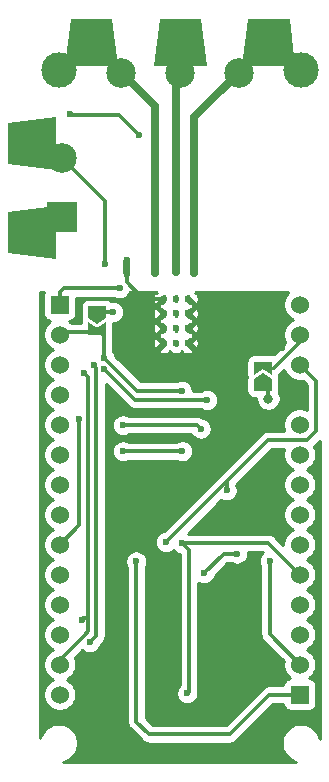
<source format=gbl>
G04 #@! TF.GenerationSoftware,KiCad,Pcbnew,(5.1.6-0-10_14)*
G04 #@! TF.CreationDate,2021-05-21T16:06:13+02:00*
G04 #@! TF.ProjectId,ESCv1.1,45534376-312e-4312-9e6b-696361645f70,rev?*
G04 #@! TF.SameCoordinates,Original*
G04 #@! TF.FileFunction,Copper,L2,Bot*
G04 #@! TF.FilePolarity,Positive*
%FSLAX46Y46*%
G04 Gerber Fmt 4.6, Leading zero omitted, Abs format (unit mm)*
G04 Created by KiCad (PCBNEW (5.1.6-0-10_14)) date 2021-05-21 16:06:13*
%MOMM*%
%LPD*%
G01*
G04 APERTURE LIST*
G04 #@! TA.AperFunction,EtchedComponent*
%ADD10C,0.100000*%
G04 #@! TD*
G04 #@! TA.AperFunction,ComponentPad*
%ADD11C,0.600000*%
G04 #@! TD*
G04 #@! TA.AperFunction,SMDPad,CuDef*
%ADD12C,0.100000*%
G04 #@! TD*
G04 #@! TA.AperFunction,ViaPad*
%ADD13C,0.600000*%
G04 #@! TD*
G04 #@! TA.AperFunction,ComponentPad*
%ADD14C,2.500000*%
G04 #@! TD*
G04 #@! TA.AperFunction,ComponentPad*
%ADD15R,1.524000X1.524000*%
G04 #@! TD*
G04 #@! TA.AperFunction,ComponentPad*
%ADD16C,1.524000*%
G04 #@! TD*
G04 #@! TA.AperFunction,ComponentPad*
%ADD17C,3.000000*%
G04 #@! TD*
G04 #@! TA.AperFunction,ComponentPad*
%ADD18R,2.500000X2.500000*%
G04 #@! TD*
G04 #@! TA.AperFunction,ComponentPad*
%ADD19C,0.100000*%
G04 #@! TD*
G04 #@! TA.AperFunction,ComponentPad*
%ADD20C,0.700000*%
G04 #@! TD*
G04 #@! TA.AperFunction,ViaPad*
%ADD21C,0.800000*%
G04 #@! TD*
G04 #@! TA.AperFunction,Conductor*
%ADD22C,0.300000*%
G04 #@! TD*
G04 #@! TA.AperFunction,Conductor*
%ADD23C,0.700000*%
G04 #@! TD*
G04 #@! TA.AperFunction,Conductor*
%ADD24C,0.250000*%
G04 #@! TD*
G04 #@! TA.AperFunction,Conductor*
%ADD25C,0.254000*%
G04 #@! TD*
G04 APERTURE END LIST*
D10*
G04 #@! TO.C,NT1*
G36*
X45815400Y-44952700D02*
G01*
X45815400Y-43752700D01*
X46415400Y-43752700D01*
X46415400Y-44952700D01*
X45815400Y-44952700D01*
G37*
G04 #@! TD*
D11*
G04 #@! TO.P,U1,EPAD*
G04 #@! TO.N,GND*
X49285560Y-47038280D03*
X49285560Y-48288280D03*
X49285560Y-49538280D03*
X49285560Y-50788280D03*
X50285560Y-47038280D03*
X50285560Y-48288280D03*
X50285560Y-49538280D03*
X50285560Y-50788280D03*
X51285560Y-47038280D03*
X51285560Y-48288280D03*
X51285560Y-49538280D03*
X51285560Y-50788280D03*
G04 #@! TD*
G04 #@! TA.AperFunction,SMDPad,CuDef*
D12*
G04 #@! TO.P,JP5,2*
G04 #@! TO.N,VREF*
G36*
X42855400Y-50127700D02*
G01*
X42855400Y-48977700D01*
X43605400Y-49477700D01*
X44355400Y-48977700D01*
X44355400Y-50127700D01*
X42855400Y-50127700D01*
G37*
G04 #@! TD.AperFunction*
G04 #@! TA.AperFunction,SMDPad,CuDef*
G04 #@! TO.P,JP5,1*
G04 #@! TO.N,VDDA*
G36*
X43605400Y-49177700D02*
G01*
X42855400Y-48677700D01*
X42855400Y-47677700D01*
X44355400Y-47677700D01*
X44355400Y-48677700D01*
X43605400Y-49177700D01*
G37*
G04 #@! TD.AperFunction*
G04 #@! TD*
G04 #@! TA.AperFunction,SMDPad,CuDef*
G04 #@! TO.P,JP1,2*
G04 #@! TO.N,VIN*
G36*
X58405400Y-52372700D02*
G01*
X58405400Y-53522700D01*
X57655400Y-53022700D01*
X56905400Y-53522700D01*
X56905400Y-52372700D01*
X58405400Y-52372700D01*
G37*
G04 #@! TD.AperFunction*
G04 #@! TA.AperFunction,SMDPad,CuDef*
G04 #@! TO.P,JP1,1*
G04 #@! TO.N,FB_BK*
G36*
X57655400Y-53322700D02*
G01*
X58405400Y-53822700D01*
X58405400Y-54822700D01*
X56905400Y-54822700D01*
X56905400Y-53822700D01*
X57655400Y-53322700D01*
G37*
G04 #@! TD.AperFunction*
G04 #@! TD*
D13*
G04 #@! TO.N,GNDPWR*
G04 #@! TO.C,NT1*
X46115400Y-43752700D03*
G04 #@! TO.N,GND*
X46115400Y-44952700D03*
G04 #@! TD*
D14*
G04 #@! TO.P,J4_2,1*
G04 #@! TO.N,PHASE_W*
X45665380Y-27889200D03*
G04 #@! TO.P,J4_2,2*
G04 #@! TO.N,PHASE_V*
X50665380Y-27889200D03*
G04 #@! TO.P,J4_2,3*
G04 #@! TO.N,PHASE_U*
X55665380Y-27889200D03*
G04 #@! TD*
D15*
G04 #@! TO.P,U2,28*
G04 #@! TO.N,IN_WL*
X60782200Y-80549400D03*
D16*
G04 #@! TO.P,U2,27*
G04 #@! TO.N,nCS*
X60782200Y-78009400D03*
G04 #@! TO.P,U2,26*
G04 #@! TO.N,MOSI*
X60782200Y-75469400D03*
G04 #@! TO.P,U2,25*
G04 #@! TO.N,CLK*
X60782200Y-72929400D03*
G04 #@! TO.P,U2,24*
G04 #@! TO.N,MISO*
X60782200Y-70389400D03*
G04 #@! TO.P,U2,23*
G04 #@! TO.N,Net-(U2-Pad23)*
X60782200Y-67849400D03*
G04 #@! TO.P,U2,22*
G04 #@! TO.N,Net-(U2-Pad22)*
X60782200Y-65309400D03*
G04 #@! TO.P,U2,21*
G04 #@! TO.N,Net-(U2-Pad21)*
X60782200Y-62769400D03*
G04 #@! TO.P,U2,20*
G04 #@! TO.N,Net-(U2-Pad20)*
X60782200Y-60229400D03*
G04 #@! TO.P,U2,19*
G04 #@! TO.N,Net-(U2-Pad19)*
X60782200Y-57689400D03*
G04 #@! TO.P,U2,18*
G04 #@! TO.N,GND*
X60782200Y-55149400D03*
G04 #@! TO.P,U2,17*
G04 #@! TO.N,VDD*
X60782200Y-52609400D03*
G04 #@! TO.P,U2,16*
G04 #@! TO.N,VIN*
X60782200Y-50069400D03*
G04 #@! TO.P,U2,15*
G04 #@! TO.N,Net-(U2-Pad15)*
X60782200Y-47529400D03*
G04 #@! TO.P,U2,14*
G04 #@! TO.N,nCS1*
X40462200Y-80549400D03*
G04 #@! TO.P,U2,13*
G04 #@! TO.N,nFAULT*
X40462200Y-78009400D03*
G04 #@! TO.P,U2,12*
G04 #@! TO.N,nSLEEP*
X40462200Y-75469400D03*
G04 #@! TO.P,U2,11*
G04 #@! TO.N,IN_WH*
X40462200Y-72929400D03*
G04 #@! TO.P,U2,10*
G04 #@! TO.N,IN_VL*
X40462200Y-70389400D03*
G04 #@! TO.P,U2,9*
G04 #@! TO.N,IN_UL*
X40462200Y-67849400D03*
G04 #@! TO.P,U2,8*
G04 #@! TO.N,AOUT_W*
X40462200Y-65309400D03*
G04 #@! TO.P,U2,7*
G04 #@! TO.N,AOUT_V*
X40462200Y-62769400D03*
G04 #@! TO.P,U2,6*
G04 #@! TO.N,IN_VH*
X40462200Y-60229400D03*
G04 #@! TO.P,U2,5*
G04 #@! TO.N,IN_UH*
X40462200Y-57689400D03*
G04 #@! TO.P,U2,4*
G04 #@! TO.N,AOUT_U*
X40462200Y-55149400D03*
G04 #@! TO.P,U2,3*
G04 #@! TO.N,VBAT*
X40462200Y-52609400D03*
G04 #@! TO.P,U2,2*
G04 #@! TO.N,VREF*
X40462200Y-50069400D03*
D17*
G04 #@! TO.P,U2,*
G04 #@! TO.N,*
X60872200Y-27659400D03*
X40372200Y-27659400D03*
D15*
G04 #@! TO.P,U2,1*
G04 #@! TO.N,DRVOFF*
X40462200Y-47529400D03*
G04 #@! TD*
D18*
G04 #@! TO.P,J3_2,1*
G04 #@! TO.N,GNDPWR*
X40654200Y-40155980D03*
D14*
G04 #@! TO.P,J3_2,2*
G04 #@! TO.N,VS*
X40654200Y-35155980D03*
G04 #@! TD*
G04 #@! TA.AperFunction,ComponentPad*
D19*
G04 #@! TO.P,J3_1,1*
G04 #@! TO.N,GNDPWR*
G36*
X40114200Y-43675980D02*
G01*
X36114200Y-43175980D01*
X36114200Y-39675980D01*
X40114200Y-39175980D01*
X40114200Y-43675980D01*
G37*
G04 #@! TD.AperFunction*
D20*
X39114200Y-39915980D03*
X39114200Y-41415980D03*
X39114200Y-42915980D03*
X38114200Y-40165980D03*
X38114200Y-42665980D03*
X37114200Y-40415980D03*
X37114200Y-41415980D03*
X37114200Y-42415980D03*
G04 #@! TA.AperFunction,ComponentPad*
D19*
G04 #@! TO.P,J3_1,2*
G04 #@! TO.N,VS*
G36*
X40114200Y-36170980D02*
G01*
X36114200Y-35670980D01*
X36114200Y-32170980D01*
X40114200Y-31670980D01*
X40114200Y-36170980D01*
G37*
G04 #@! TD.AperFunction*
D20*
X39114200Y-32410980D03*
X39114200Y-33910980D03*
X39114200Y-35410980D03*
X38114200Y-32660980D03*
X38114200Y-35160980D03*
X37114200Y-32910980D03*
X37114200Y-33910980D03*
X37114200Y-34910980D03*
G04 #@! TD*
G04 #@! TA.AperFunction,ComponentPad*
D19*
G04 #@! TO.P,J4_1,1*
G04 #@! TO.N,PHASE_W*
G36*
X40909680Y-27349200D02*
G01*
X41409680Y-23349200D01*
X44909680Y-23349200D01*
X45409680Y-27349200D01*
X40909680Y-27349200D01*
G37*
G04 #@! TD.AperFunction*
D20*
X44669680Y-26349200D03*
X43169680Y-26349200D03*
X41669680Y-26349200D03*
X44419680Y-25349200D03*
X41919680Y-25349200D03*
X44169680Y-24349200D03*
X43169680Y-24349200D03*
X42169680Y-24349200D03*
G04 #@! TA.AperFunction,ComponentPad*
D19*
G04 #@! TO.P,J4_1,2*
G04 #@! TO.N,PHASE_V*
G36*
X48414680Y-27349200D02*
G01*
X48914680Y-23349200D01*
X52414680Y-23349200D01*
X52914680Y-27349200D01*
X48414680Y-27349200D01*
G37*
G04 #@! TD.AperFunction*
D20*
X52174680Y-26349200D03*
X50674680Y-26349200D03*
X49174680Y-26349200D03*
X51924680Y-25349200D03*
X49424680Y-25349200D03*
X51674680Y-24349200D03*
X50674680Y-24349200D03*
X49674680Y-24349200D03*
G04 #@! TO.P,J4_1,3*
G04 #@! TO.N,PHASE_U*
X59674680Y-26349200D03*
X58174680Y-26349200D03*
X56674680Y-26349200D03*
G04 #@! TA.AperFunction,ComponentPad*
D19*
G36*
X55914680Y-27349200D02*
G01*
X56414680Y-23349200D01*
X59914680Y-23349200D01*
X60414680Y-27349200D01*
X55914680Y-27349200D01*
G37*
G04 #@! TD.AperFunction*
D20*
X59424680Y-25349200D03*
X56924680Y-25349200D03*
X59174680Y-24349200D03*
X58174680Y-24349200D03*
X57174680Y-24349200D03*
G04 #@! TD*
D13*
G04 #@! TO.N,GND*
X49590400Y-85737700D03*
X56005400Y-56802700D03*
X45735400Y-80982700D03*
X57435400Y-63712700D03*
X48415400Y-72492700D03*
X45215400Y-70472700D03*
X44865400Y-64672700D03*
X48225400Y-75612700D03*
X48245400Y-79542700D03*
X42395400Y-79282700D03*
X44375400Y-77682700D03*
X54185400Y-78632700D03*
X54155400Y-75732700D03*
X54115400Y-73112700D03*
X56485400Y-73622700D03*
X57895400Y-78582700D03*
X56485400Y-85392700D03*
X58565400Y-83072700D03*
X42895400Y-85442700D03*
X39545400Y-82492700D03*
X58265400Y-65922700D03*
X58245400Y-61502700D03*
X55585400Y-59422700D03*
X53145400Y-62382700D03*
X59285400Y-48682700D03*
X59275400Y-51212700D03*
G04 #@! TO.N,VDDA*
X44964820Y-48163280D03*
G04 #@! TO.N,nSLEEP*
X43335400Y-52672700D03*
X42995400Y-76132700D03*
D21*
G04 #@! TO.N,FB_BK*
X58115400Y-55502700D03*
D13*
G04 #@! TO.N,VS*
X44290400Y-44127700D03*
G04 #@! TO.N,VREF*
X50795400Y-54832700D03*
X44215400Y-52032700D03*
G04 #@! TO.N,AOUT_W*
X45795400Y-59952700D03*
X50835400Y-59952700D03*
G04 #@! TO.N,AOUT_V*
X45795400Y-57742700D03*
X52405400Y-58052700D03*
G04 #@! TO.N,AOUT_U*
X44205400Y-52972700D03*
X52935400Y-55612700D03*
G04 #@! TO.N,VDD*
X49455400Y-67642700D03*
X54585400Y-63272700D03*
G04 #@! TO.N,Net-(D2-Pad1)*
X41365400Y-31382700D03*
X47155400Y-33212700D03*
G04 #@! TO.N,CLK*
X52665400Y-70292700D03*
X55485400Y-68622700D03*
G04 #@! TO.N,MISO*
X50785400Y-67712700D03*
X51245400Y-80452700D03*
G04 #@! TO.N,PHASE_U*
X51853071Y-44855029D03*
X51853071Y-44165029D03*
X51895400Y-43502700D03*
G04 #@! TO.N,PHASE_V*
X50318245Y-44799855D03*
X50318245Y-44149855D03*
X50285560Y-43492540D03*
G04 #@! TO.N,PHASE_W*
X48505400Y-44842700D03*
X48505400Y-44152700D03*
X48505400Y-43502700D03*
G04 #@! TO.N,IN_UL*
X42125390Y-57262700D03*
G04 #@! TO.N,IN_WL*
X46935400Y-69272700D03*
G04 #@! TO.N,nFAULT*
X42545400Y-53352700D03*
X42325400Y-74202700D03*
G04 #@! TO.N,nCS*
X58235400Y-69232700D03*
G04 #@! TO.N,DRVOFF*
X45535400Y-46152690D03*
G04 #@! TD*
D22*
G04 #@! TO.N,GND*
X56920392Y-56802700D02*
X56930392Y-56792700D01*
X56005400Y-56802700D02*
X56920392Y-56802700D01*
X59138900Y-56792700D02*
X60782200Y-55149400D01*
X56930392Y-56792700D02*
X59138900Y-56792700D01*
X45735400Y-80982700D02*
X45735400Y-84452700D01*
X47020400Y-85737700D02*
X49590400Y-85737700D01*
X45735400Y-84452700D02*
X47020400Y-85737700D01*
X46115400Y-44952700D02*
X46115400Y-45622700D01*
X47530980Y-47038280D02*
X49285560Y-47038280D01*
X46115400Y-45622700D02*
X47530980Y-47038280D01*
G04 #@! TO.N,VDDA*
X43605400Y-48177700D02*
X43605400Y-47972700D01*
X43619820Y-48163280D02*
X43605400Y-48177700D01*
X44964820Y-48163280D02*
X43619820Y-48163280D01*
G04 #@! TO.N,nSLEEP*
X43555399Y-52892699D02*
X43335400Y-52672700D01*
X43555399Y-75572701D02*
X43555399Y-52892699D01*
X42995400Y-76132700D02*
X43555399Y-75572701D01*
G04 #@! TO.N,FB_BK*
X58115400Y-54782700D02*
X57655400Y-54322700D01*
X58115400Y-55502700D02*
X58115400Y-54782700D01*
G04 #@! TO.N,VS*
X40654200Y-35155980D02*
X44290400Y-38792180D01*
X44290400Y-38792180D02*
X44290400Y-44127700D01*
G04 #@! TO.N,VREF*
X40653900Y-49877700D02*
X40462200Y-50069400D01*
X43450400Y-49877700D02*
X40653900Y-49877700D01*
X43600400Y-49727700D02*
X43450400Y-49877700D01*
X44215400Y-50237700D02*
X43605400Y-49627700D01*
X44215400Y-52032700D02*
X44215400Y-50237700D01*
X44215400Y-52042700D02*
X44215400Y-52032700D01*
X47005400Y-54832700D02*
X44215400Y-52042700D01*
X50795400Y-54832700D02*
X47005400Y-54832700D01*
G04 #@! TO.N,AOUT_W*
X45795400Y-59952700D02*
X50835400Y-59952700D01*
G04 #@! TO.N,AOUT_V*
X45795400Y-57742700D02*
X50755400Y-57742700D01*
X52095400Y-57742700D02*
X50755400Y-57742700D01*
X52405400Y-58052700D02*
X52095400Y-57742700D01*
G04 #@! TO.N,AOUT_U*
X46845400Y-55612700D02*
X50835400Y-55612700D01*
X44205400Y-52972700D02*
X46845400Y-55612700D01*
X50835400Y-55612700D02*
X52935400Y-55612700D01*
G04 #@! TO.N,VDD*
X60518900Y-52872700D02*
X60782200Y-52609400D01*
X62155400Y-58252700D02*
X62155400Y-53982600D01*
X62155400Y-53982600D02*
X60782200Y-52609400D01*
X58115400Y-58982700D02*
X61425400Y-58982700D01*
X61425400Y-58982700D02*
X62155400Y-58252700D01*
X54585400Y-62632700D02*
X54525400Y-62572700D01*
X54585400Y-63272700D02*
X54585400Y-62632700D01*
X54525400Y-62572700D02*
X58115400Y-58982700D01*
X49455400Y-67642700D02*
X54525400Y-62572700D01*
G04 #@! TO.N,Net-(D2-Pad1)*
X47155400Y-33212700D02*
X45455400Y-31512700D01*
X41495400Y-31512700D02*
X41365400Y-31382700D01*
X45455400Y-31512700D02*
X41495400Y-31512700D01*
G04 #@! TO.N,CLK*
X54335400Y-68622700D02*
X55485400Y-68622700D01*
X52665400Y-70292700D02*
X54335400Y-68622700D01*
G04 #@! TO.N,MISO*
X60782200Y-70389400D02*
X58105500Y-67712700D01*
X58105500Y-67712700D02*
X50785400Y-67712700D01*
X50785400Y-67712700D02*
X51385400Y-68312700D01*
X51385400Y-80312700D02*
X51245400Y-80452700D01*
X51385400Y-68312700D02*
X51385400Y-80312700D01*
D23*
G04 #@! TO.N,PHASE_U*
X51853071Y-31660809D02*
X58164680Y-25349200D01*
X51853071Y-44855029D02*
X51853071Y-31660809D01*
G04 #@! TO.N,PHASE_V*
X50318245Y-25695635D02*
X50664680Y-25349200D01*
X50318245Y-44799855D02*
X50318245Y-25695635D01*
G04 #@! TO.N,PHASE_W*
X48505400Y-30694920D02*
X43159680Y-25349200D01*
X48505400Y-44842700D02*
X48505400Y-30694920D01*
D22*
G04 #@! TO.N,IN_UL*
X40462200Y-67849400D02*
X42125390Y-66186210D01*
X42125390Y-66186210D02*
X42125390Y-57262700D01*
G04 #@! TO.N,IN_WL*
X58212100Y-80549400D02*
X60782200Y-80549400D01*
X46935400Y-69272700D02*
X46935400Y-82842700D01*
X46935400Y-82842700D02*
X48005400Y-83912700D01*
X54848800Y-83912700D02*
X58212100Y-80549400D01*
X48005400Y-83912700D02*
X54848800Y-83912700D01*
G04 #@! TO.N,nFAULT*
X42845399Y-53652699D02*
X42545400Y-53352700D01*
X42568700Y-75469400D02*
X42845400Y-75192700D01*
X42325400Y-74202700D02*
X42455399Y-74072701D01*
X42455399Y-74072701D02*
X42845399Y-74072701D01*
X42845399Y-74072701D02*
X42845399Y-53652699D01*
X42845400Y-75192700D02*
X42845399Y-74072701D01*
D24*
X42568700Y-75469400D02*
X42568700Y-75479400D01*
D22*
X40462200Y-77585900D02*
X40462200Y-78009400D01*
X42568700Y-75479400D02*
X40462200Y-77585900D01*
G04 #@! TO.N,nCS*
X58235400Y-75462600D02*
X60782200Y-78009400D01*
X58235400Y-69232700D02*
X58235400Y-75462600D01*
G04 #@! TO.N,DRVOFF*
X40776910Y-46152690D02*
X45535400Y-46152690D01*
X40462200Y-46467400D02*
X40776910Y-46152690D01*
X40462200Y-47529400D02*
X40462200Y-46467400D01*
D24*
G04 #@! TO.N,VIN*
X58540402Y-52872700D02*
X60782200Y-50630902D01*
X60782200Y-50630902D02*
X60782200Y-50069400D01*
X57655400Y-52872700D02*
X58540402Y-52872700D01*
G04 #@! TD*
D25*
G04 #@! TO.N,GND*
G36*
X39110698Y-46523220D02*
G01*
X39074388Y-46642918D01*
X39062128Y-46767400D01*
X39062128Y-48291400D01*
X39074388Y-48415882D01*
X39110698Y-48535580D01*
X39169663Y-48645894D01*
X39249015Y-48742585D01*
X39345706Y-48821937D01*
X39456020Y-48880902D01*
X39575718Y-48917212D01*
X39659665Y-48925480D01*
X39571665Y-48984280D01*
X39377080Y-49178865D01*
X39224195Y-49407673D01*
X39118886Y-49661910D01*
X39065200Y-49931808D01*
X39065200Y-50206992D01*
X39118886Y-50476890D01*
X39224195Y-50731127D01*
X39377080Y-50959935D01*
X39571665Y-51154520D01*
X39800473Y-51307405D01*
X39877715Y-51339400D01*
X39800473Y-51371395D01*
X39571665Y-51524280D01*
X39377080Y-51718865D01*
X39224195Y-51947673D01*
X39118886Y-52201910D01*
X39065200Y-52471808D01*
X39065200Y-52746992D01*
X39118886Y-53016890D01*
X39224195Y-53271127D01*
X39377080Y-53499935D01*
X39571665Y-53694520D01*
X39800473Y-53847405D01*
X39877715Y-53879400D01*
X39800473Y-53911395D01*
X39571665Y-54064280D01*
X39377080Y-54258865D01*
X39224195Y-54487673D01*
X39118886Y-54741910D01*
X39065200Y-55011808D01*
X39065200Y-55286992D01*
X39118886Y-55556890D01*
X39224195Y-55811127D01*
X39377080Y-56039935D01*
X39571665Y-56234520D01*
X39800473Y-56387405D01*
X39877715Y-56419400D01*
X39800473Y-56451395D01*
X39571665Y-56604280D01*
X39377080Y-56798865D01*
X39224195Y-57027673D01*
X39118886Y-57281910D01*
X39065200Y-57551808D01*
X39065200Y-57826992D01*
X39118886Y-58096890D01*
X39224195Y-58351127D01*
X39377080Y-58579935D01*
X39571665Y-58774520D01*
X39800473Y-58927405D01*
X39877715Y-58959400D01*
X39800473Y-58991395D01*
X39571665Y-59144280D01*
X39377080Y-59338865D01*
X39224195Y-59567673D01*
X39118886Y-59821910D01*
X39065200Y-60091808D01*
X39065200Y-60366992D01*
X39118886Y-60636890D01*
X39224195Y-60891127D01*
X39377080Y-61119935D01*
X39571665Y-61314520D01*
X39800473Y-61467405D01*
X39877715Y-61499400D01*
X39800473Y-61531395D01*
X39571665Y-61684280D01*
X39377080Y-61878865D01*
X39224195Y-62107673D01*
X39118886Y-62361910D01*
X39065200Y-62631808D01*
X39065200Y-62906992D01*
X39118886Y-63176890D01*
X39224195Y-63431127D01*
X39377080Y-63659935D01*
X39571665Y-63854520D01*
X39800473Y-64007405D01*
X39877715Y-64039400D01*
X39800473Y-64071395D01*
X39571665Y-64224280D01*
X39377080Y-64418865D01*
X39224195Y-64647673D01*
X39118886Y-64901910D01*
X39065200Y-65171808D01*
X39065200Y-65446992D01*
X39118886Y-65716890D01*
X39224195Y-65971127D01*
X39377080Y-66199935D01*
X39571665Y-66394520D01*
X39800473Y-66547405D01*
X39877715Y-66579400D01*
X39800473Y-66611395D01*
X39571665Y-66764280D01*
X39377080Y-66958865D01*
X39224195Y-67187673D01*
X39118886Y-67441910D01*
X39065200Y-67711808D01*
X39065200Y-67986992D01*
X39118886Y-68256890D01*
X39224195Y-68511127D01*
X39377080Y-68739935D01*
X39571665Y-68934520D01*
X39800473Y-69087405D01*
X39877715Y-69119400D01*
X39800473Y-69151395D01*
X39571665Y-69304280D01*
X39377080Y-69498865D01*
X39224195Y-69727673D01*
X39118886Y-69981910D01*
X39065200Y-70251808D01*
X39065200Y-70526992D01*
X39118886Y-70796890D01*
X39224195Y-71051127D01*
X39377080Y-71279935D01*
X39571665Y-71474520D01*
X39800473Y-71627405D01*
X39877715Y-71659400D01*
X39800473Y-71691395D01*
X39571665Y-71844280D01*
X39377080Y-72038865D01*
X39224195Y-72267673D01*
X39118886Y-72521910D01*
X39065200Y-72791808D01*
X39065200Y-73066992D01*
X39118886Y-73336890D01*
X39224195Y-73591127D01*
X39377080Y-73819935D01*
X39571665Y-74014520D01*
X39800473Y-74167405D01*
X39877715Y-74199400D01*
X39800473Y-74231395D01*
X39571665Y-74384280D01*
X39377080Y-74578865D01*
X39224195Y-74807673D01*
X39118886Y-75061910D01*
X39065200Y-75331808D01*
X39065200Y-75606992D01*
X39118886Y-75876890D01*
X39224195Y-76131127D01*
X39377080Y-76359935D01*
X39571665Y-76554520D01*
X39800473Y-76707405D01*
X39877715Y-76739400D01*
X39800473Y-76771395D01*
X39571665Y-76924280D01*
X39377080Y-77118865D01*
X39224195Y-77347673D01*
X39118886Y-77601910D01*
X39065200Y-77871808D01*
X39065200Y-78146992D01*
X39118886Y-78416890D01*
X39224195Y-78671127D01*
X39377080Y-78899935D01*
X39571665Y-79094520D01*
X39800473Y-79247405D01*
X39877715Y-79279400D01*
X39800473Y-79311395D01*
X39571665Y-79464280D01*
X39377080Y-79658865D01*
X39224195Y-79887673D01*
X39118886Y-80141910D01*
X39065200Y-80411808D01*
X39065200Y-80686992D01*
X39118886Y-80956890D01*
X39224195Y-81211127D01*
X39377080Y-81439935D01*
X39571665Y-81634520D01*
X39800473Y-81787405D01*
X40054710Y-81892714D01*
X40324608Y-81946400D01*
X40599792Y-81946400D01*
X40869690Y-81892714D01*
X41123927Y-81787405D01*
X41352735Y-81634520D01*
X41547320Y-81439935D01*
X41700205Y-81211127D01*
X41805514Y-80956890D01*
X41859200Y-80686992D01*
X41859200Y-80411808D01*
X41805514Y-80141910D01*
X41700205Y-79887673D01*
X41547320Y-79658865D01*
X41352735Y-79464280D01*
X41123927Y-79311395D01*
X41046685Y-79279400D01*
X41123927Y-79247405D01*
X41352735Y-79094520D01*
X41547320Y-78899935D01*
X41700205Y-78671127D01*
X41805514Y-78416890D01*
X41859200Y-78146992D01*
X41859200Y-77871808D01*
X41805514Y-77601910D01*
X41732534Y-77425723D01*
X42349334Y-76808924D01*
X42399372Y-76858962D01*
X42552511Y-76961286D01*
X42722671Y-77031768D01*
X42903311Y-77067700D01*
X43087489Y-77067700D01*
X43268129Y-77031768D01*
X43438289Y-76961286D01*
X43591428Y-76858962D01*
X43721662Y-76728728D01*
X43823986Y-76575589D01*
X43894468Y-76405429D01*
X43909773Y-76328484D01*
X44083215Y-76155043D01*
X44113163Y-76130465D01*
X44211261Y-76010934D01*
X44284153Y-75874561D01*
X44297415Y-75830841D01*
X44329040Y-75726589D01*
X44332662Y-75689811D01*
X44340399Y-75611262D01*
X44340399Y-75611255D01*
X44344196Y-75572702D01*
X44340399Y-75534149D01*
X44340399Y-59860611D01*
X44860400Y-59860611D01*
X44860400Y-60044789D01*
X44896332Y-60225429D01*
X44966814Y-60395589D01*
X45069138Y-60548728D01*
X45199372Y-60678962D01*
X45352511Y-60781286D01*
X45522671Y-60851768D01*
X45703311Y-60887700D01*
X45887489Y-60887700D01*
X46068129Y-60851768D01*
X46238289Y-60781286D01*
X46303520Y-60737700D01*
X50327280Y-60737700D01*
X50392511Y-60781286D01*
X50562671Y-60851768D01*
X50743311Y-60887700D01*
X50927489Y-60887700D01*
X51108129Y-60851768D01*
X51278289Y-60781286D01*
X51431428Y-60678962D01*
X51561662Y-60548728D01*
X51663986Y-60395589D01*
X51734468Y-60225429D01*
X51770400Y-60044789D01*
X51770400Y-59860611D01*
X51734468Y-59679971D01*
X51663986Y-59509811D01*
X51561662Y-59356672D01*
X51431428Y-59226438D01*
X51278289Y-59124114D01*
X51108129Y-59053632D01*
X50927489Y-59017700D01*
X50743311Y-59017700D01*
X50562671Y-59053632D01*
X50392511Y-59124114D01*
X50327280Y-59167700D01*
X46303520Y-59167700D01*
X46238289Y-59124114D01*
X46068129Y-59053632D01*
X45887489Y-59017700D01*
X45703311Y-59017700D01*
X45522671Y-59053632D01*
X45352511Y-59124114D01*
X45199372Y-59226438D01*
X45069138Y-59356672D01*
X44966814Y-59509811D01*
X44896332Y-59679971D01*
X44860400Y-59860611D01*
X44340399Y-59860611D01*
X44340399Y-57650611D01*
X44860400Y-57650611D01*
X44860400Y-57834789D01*
X44896332Y-58015429D01*
X44966814Y-58185589D01*
X45069138Y-58338728D01*
X45199372Y-58468962D01*
X45352511Y-58571286D01*
X45522671Y-58641768D01*
X45703311Y-58677700D01*
X45887489Y-58677700D01*
X46068129Y-58641768D01*
X46238289Y-58571286D01*
X46303520Y-58527700D01*
X51598270Y-58527700D01*
X51679138Y-58648728D01*
X51809372Y-58778962D01*
X51962511Y-58881286D01*
X52132671Y-58951768D01*
X52313311Y-58987700D01*
X52497489Y-58987700D01*
X52678129Y-58951768D01*
X52848289Y-58881286D01*
X53001428Y-58778962D01*
X53131662Y-58648728D01*
X53233986Y-58495589D01*
X53304468Y-58325429D01*
X53340400Y-58144789D01*
X53340400Y-57960611D01*
X53304468Y-57779971D01*
X53233986Y-57609811D01*
X53131662Y-57456672D01*
X53001428Y-57326438D01*
X52848289Y-57224114D01*
X52678129Y-57153632D01*
X52594831Y-57137063D01*
X52533633Y-57086838D01*
X52397260Y-57013946D01*
X52249287Y-56969059D01*
X52133961Y-56957700D01*
X52133953Y-56957700D01*
X52095400Y-56953903D01*
X52056847Y-56957700D01*
X46303520Y-56957700D01*
X46238289Y-56914114D01*
X46068129Y-56843632D01*
X45887489Y-56807700D01*
X45703311Y-56807700D01*
X45522671Y-56843632D01*
X45352511Y-56914114D01*
X45199372Y-57016438D01*
X45069138Y-57146672D01*
X44966814Y-57299811D01*
X44896332Y-57469971D01*
X44860400Y-57650611D01*
X44340399Y-57650611D01*
X44340399Y-54217856D01*
X46263053Y-56140510D01*
X46287636Y-56170464D01*
X46407167Y-56268562D01*
X46517808Y-56327700D01*
X46543540Y-56341454D01*
X46691513Y-56386342D01*
X46766426Y-56393720D01*
X46806839Y-56397700D01*
X46806844Y-56397700D01*
X46845400Y-56401497D01*
X46883956Y-56397700D01*
X52427280Y-56397700D01*
X52492511Y-56441286D01*
X52662671Y-56511768D01*
X52843311Y-56547700D01*
X53027489Y-56547700D01*
X53208129Y-56511768D01*
X53378289Y-56441286D01*
X53531428Y-56338962D01*
X53661662Y-56208728D01*
X53763986Y-56055589D01*
X53834468Y-55885429D01*
X53870400Y-55704789D01*
X53870400Y-55520611D01*
X53834468Y-55339971D01*
X53763986Y-55169811D01*
X53661662Y-55016672D01*
X53531428Y-54886438D01*
X53378289Y-54784114D01*
X53208129Y-54713632D01*
X53027489Y-54677700D01*
X52843311Y-54677700D01*
X52662671Y-54713632D01*
X52492511Y-54784114D01*
X52427280Y-54827700D01*
X51730400Y-54827700D01*
X51730400Y-54740611D01*
X51694468Y-54559971D01*
X51623986Y-54389811D01*
X51521662Y-54236672D01*
X51391428Y-54106438D01*
X51238289Y-54004114D01*
X51068129Y-53933632D01*
X50887489Y-53897700D01*
X50703311Y-53897700D01*
X50522671Y-53933632D01*
X50352511Y-54004114D01*
X50287280Y-54047700D01*
X47330557Y-54047700D01*
X45132257Y-51849400D01*
X45114468Y-51759971D01*
X45043986Y-51589811D01*
X45000400Y-51524580D01*
X45000400Y-50878635D01*
X48350389Y-50878635D01*
X48385986Y-51059341D01*
X48456152Y-51229631D01*
X48457797Y-51232705D01*
X48651019Y-51243216D01*
X49105955Y-50788280D01*
X48651019Y-50333344D01*
X48457797Y-50343855D01*
X48386998Y-50513883D01*
X48350732Y-50694456D01*
X48350389Y-50878635D01*
X45000400Y-50878635D01*
X45000400Y-50276252D01*
X45004197Y-50237699D01*
X45000400Y-50199146D01*
X45000400Y-50199139D01*
X44993418Y-50128250D01*
X44993472Y-50127700D01*
X44993472Y-49628635D01*
X48350389Y-49628635D01*
X48385986Y-49809341D01*
X48456152Y-49979631D01*
X48457797Y-49982705D01*
X48651019Y-49993216D01*
X49105955Y-49538280D01*
X48651019Y-49083344D01*
X48457797Y-49093855D01*
X48386998Y-49263883D01*
X48350732Y-49444456D01*
X48350389Y-49628635D01*
X44993472Y-49628635D01*
X44993472Y-49098280D01*
X45056909Y-49098280D01*
X45237549Y-49062348D01*
X45407709Y-48991866D01*
X45560848Y-48889542D01*
X45691082Y-48759308D01*
X45793406Y-48606169D01*
X45863888Y-48436009D01*
X45875300Y-48378635D01*
X48350389Y-48378635D01*
X48385986Y-48559341D01*
X48456152Y-48729631D01*
X48457797Y-48732705D01*
X48651019Y-48743216D01*
X49105955Y-48288280D01*
X48651019Y-47833344D01*
X48457797Y-47843855D01*
X48386998Y-48013883D01*
X48350732Y-48194456D01*
X48350389Y-48378635D01*
X45875300Y-48378635D01*
X45899820Y-48255369D01*
X45899820Y-48071191D01*
X45863888Y-47890551D01*
X45793406Y-47720391D01*
X45691082Y-47567252D01*
X45560848Y-47437018D01*
X45407709Y-47334694D01*
X45237549Y-47264212D01*
X45056909Y-47228280D01*
X44872731Y-47228280D01*
X44817113Y-47239343D01*
X44806585Y-47226515D01*
X44709894Y-47147163D01*
X44599580Y-47088198D01*
X44479882Y-47051888D01*
X44355400Y-47039628D01*
X42855400Y-47039628D01*
X42730918Y-47051888D01*
X42611220Y-47088198D01*
X42500906Y-47147163D01*
X42404215Y-47226515D01*
X42324863Y-47323206D01*
X42265898Y-47433520D01*
X42229588Y-47553218D01*
X42217328Y-47677700D01*
X42217328Y-48677700D01*
X42229719Y-48802836D01*
X42237309Y-48827764D01*
X42229588Y-48853218D01*
X42217328Y-48977700D01*
X42217328Y-49092700D01*
X41461155Y-49092700D01*
X41352735Y-48984280D01*
X41264735Y-48925480D01*
X41348682Y-48917212D01*
X41468380Y-48880902D01*
X41578694Y-48821937D01*
X41675385Y-48742585D01*
X41754737Y-48645894D01*
X41813702Y-48535580D01*
X41850012Y-48415882D01*
X41862272Y-48291400D01*
X41862272Y-46937690D01*
X45027280Y-46937690D01*
X45092511Y-46981276D01*
X45262671Y-47051758D01*
X45443311Y-47087690D01*
X45627489Y-47087690D01*
X45808129Y-47051758D01*
X45978289Y-46981276D01*
X46131428Y-46878952D01*
X46261662Y-46748718D01*
X46363986Y-46595579D01*
X46399558Y-46509700D01*
X48577372Y-46509700D01*
X48651016Y-46583344D01*
X48457797Y-46593855D01*
X48386998Y-46763883D01*
X48350732Y-46944456D01*
X48350389Y-47128635D01*
X48385986Y-47309341D01*
X48456152Y-47479631D01*
X48457797Y-47482705D01*
X48651019Y-47493216D01*
X49105955Y-47038280D01*
X49091813Y-47024138D01*
X49271418Y-46844533D01*
X49285560Y-46858675D01*
X49299703Y-46844533D01*
X49358909Y-46903739D01*
X49350732Y-46944456D01*
X49350389Y-47128635D01*
X49359063Y-47172667D01*
X49299703Y-47232028D01*
X49285560Y-47217885D01*
X49139329Y-47364116D01*
X49014499Y-47388706D01*
X48844209Y-47458872D01*
X48841135Y-47460517D01*
X48830624Y-47653739D01*
X48840165Y-47663280D01*
X48830624Y-47672821D01*
X48841135Y-47866043D01*
X49011163Y-47936842D01*
X49139503Y-47962618D01*
X49285560Y-48108675D01*
X49299703Y-48094533D01*
X49358909Y-48153739D01*
X49350732Y-48194456D01*
X49350389Y-48378635D01*
X49359063Y-48422667D01*
X49299703Y-48482028D01*
X49285560Y-48467885D01*
X49139329Y-48614116D01*
X49014499Y-48638706D01*
X48844209Y-48708872D01*
X48841135Y-48710517D01*
X48830624Y-48903739D01*
X48840165Y-48913280D01*
X48830624Y-48922821D01*
X48841135Y-49116043D01*
X49011163Y-49186842D01*
X49139503Y-49212618D01*
X49285560Y-49358675D01*
X49299703Y-49344533D01*
X49358909Y-49403739D01*
X49350732Y-49444456D01*
X49350389Y-49628635D01*
X49359063Y-49672667D01*
X49299703Y-49732028D01*
X49285560Y-49717885D01*
X49139329Y-49864116D01*
X49014499Y-49888706D01*
X48844209Y-49958872D01*
X48841135Y-49960517D01*
X48830624Y-50153739D01*
X48840165Y-50163280D01*
X48830624Y-50172821D01*
X48841135Y-50366043D01*
X49011163Y-50436842D01*
X49139503Y-50462618D01*
X49285560Y-50608675D01*
X49299703Y-50594533D01*
X49358909Y-50653739D01*
X49350732Y-50694456D01*
X49350389Y-50878635D01*
X49359063Y-50922667D01*
X49299703Y-50982028D01*
X49285560Y-50967885D01*
X48830624Y-51422821D01*
X48841135Y-51616043D01*
X49011163Y-51686842D01*
X49191736Y-51723108D01*
X49375915Y-51723451D01*
X49556621Y-51687854D01*
X49726911Y-51617688D01*
X49729985Y-51616043D01*
X49735311Y-51518137D01*
X49785560Y-51467888D01*
X49835809Y-51518137D01*
X49841135Y-51616043D01*
X50011163Y-51686842D01*
X50191736Y-51723108D01*
X50375915Y-51723451D01*
X50556621Y-51687854D01*
X50726911Y-51617688D01*
X50729985Y-51616043D01*
X50735311Y-51518137D01*
X50785560Y-51467888D01*
X50835809Y-51518137D01*
X50841135Y-51616043D01*
X51011163Y-51686842D01*
X51191736Y-51723108D01*
X51375915Y-51723451D01*
X51556621Y-51687854D01*
X51726911Y-51617688D01*
X51729985Y-51616043D01*
X51740496Y-51422821D01*
X51285560Y-50967885D01*
X51271418Y-50982028D01*
X51212211Y-50922821D01*
X51220388Y-50882104D01*
X51220562Y-50788280D01*
X51465165Y-50788280D01*
X51920101Y-51243216D01*
X52113323Y-51232705D01*
X52184122Y-51062677D01*
X52220388Y-50882104D01*
X52220731Y-50697925D01*
X52185134Y-50517219D01*
X52114968Y-50346929D01*
X52113323Y-50343855D01*
X51920101Y-50333344D01*
X51465165Y-50788280D01*
X51220562Y-50788280D01*
X51220731Y-50697925D01*
X51212057Y-50653893D01*
X51271418Y-50594533D01*
X51285560Y-50608675D01*
X51431791Y-50462444D01*
X51556621Y-50437854D01*
X51726911Y-50367688D01*
X51729985Y-50366043D01*
X51740496Y-50172821D01*
X51730955Y-50163280D01*
X51740496Y-50153739D01*
X51729985Y-49960517D01*
X51559957Y-49889718D01*
X51431617Y-49863942D01*
X51285560Y-49717885D01*
X51271418Y-49732028D01*
X51212211Y-49672821D01*
X51220388Y-49632104D01*
X51220562Y-49538280D01*
X51465165Y-49538280D01*
X51920101Y-49993216D01*
X52113323Y-49982705D01*
X52184122Y-49812677D01*
X52220388Y-49632104D01*
X52220731Y-49447925D01*
X52185134Y-49267219D01*
X52114968Y-49096929D01*
X52113323Y-49093855D01*
X51920101Y-49083344D01*
X51465165Y-49538280D01*
X51220562Y-49538280D01*
X51220731Y-49447925D01*
X51212057Y-49403893D01*
X51271418Y-49344533D01*
X51285560Y-49358675D01*
X51431791Y-49212444D01*
X51556621Y-49187854D01*
X51726911Y-49117688D01*
X51729985Y-49116043D01*
X51740496Y-48922821D01*
X51730955Y-48913280D01*
X51740496Y-48903739D01*
X51729985Y-48710517D01*
X51559957Y-48639718D01*
X51431617Y-48613942D01*
X51285560Y-48467885D01*
X51271418Y-48482028D01*
X51212211Y-48422821D01*
X51220388Y-48382104D01*
X51220562Y-48288280D01*
X51465165Y-48288280D01*
X51920101Y-48743216D01*
X52113323Y-48732705D01*
X52184122Y-48562677D01*
X52220388Y-48382104D01*
X52220731Y-48197925D01*
X52185134Y-48017219D01*
X52114968Y-47846929D01*
X52113323Y-47843855D01*
X51920101Y-47833344D01*
X51465165Y-48288280D01*
X51220562Y-48288280D01*
X51220731Y-48197925D01*
X51212057Y-48153893D01*
X51271418Y-48094533D01*
X51285560Y-48108675D01*
X51431791Y-47962444D01*
X51556621Y-47937854D01*
X51726911Y-47867688D01*
X51729985Y-47866043D01*
X51740496Y-47672821D01*
X51730955Y-47663280D01*
X51740496Y-47653739D01*
X51729985Y-47460517D01*
X51559957Y-47389718D01*
X51431617Y-47363942D01*
X51285560Y-47217885D01*
X51271418Y-47232028D01*
X51212211Y-47172821D01*
X51220388Y-47132104D01*
X51220731Y-46947925D01*
X51212057Y-46903893D01*
X51271418Y-46844533D01*
X51285560Y-46858675D01*
X51299703Y-46844533D01*
X51479308Y-47024138D01*
X51465165Y-47038280D01*
X51920101Y-47493216D01*
X52113323Y-47482705D01*
X52184122Y-47312677D01*
X52220388Y-47132104D01*
X52220731Y-46947925D01*
X52185134Y-46767219D01*
X52114968Y-46596929D01*
X52113323Y-46593855D01*
X51920104Y-46583344D01*
X51993748Y-46509700D01*
X59826245Y-46509700D01*
X59697080Y-46638865D01*
X59544195Y-46867673D01*
X59438886Y-47121910D01*
X59385200Y-47391808D01*
X59385200Y-47666992D01*
X59438886Y-47936890D01*
X59544195Y-48191127D01*
X59697080Y-48419935D01*
X59891665Y-48614520D01*
X60120473Y-48767405D01*
X60197715Y-48799400D01*
X60120473Y-48831395D01*
X59891665Y-48984280D01*
X59697080Y-49178865D01*
X59544195Y-49407673D01*
X59438886Y-49661910D01*
X59385200Y-49931808D01*
X59385200Y-50206992D01*
X59438886Y-50476890D01*
X59544195Y-50731127D01*
X59569421Y-50768880D01*
X58577092Y-51761209D01*
X58529882Y-51746888D01*
X58405400Y-51734628D01*
X56905400Y-51734628D01*
X56780918Y-51746888D01*
X56661220Y-51783198D01*
X56550906Y-51842163D01*
X56454215Y-51921515D01*
X56374863Y-52018206D01*
X56315898Y-52128520D01*
X56279588Y-52248218D01*
X56267328Y-52372700D01*
X56267328Y-53522700D01*
X56279459Y-53646527D01*
X56287349Y-53672635D01*
X56279588Y-53698218D01*
X56267328Y-53822700D01*
X56267328Y-54822700D01*
X56279588Y-54947182D01*
X56315898Y-55066880D01*
X56374863Y-55177194D01*
X56454215Y-55273885D01*
X56550906Y-55353237D01*
X56661220Y-55412202D01*
X56780918Y-55448512D01*
X56905400Y-55460772D01*
X57080400Y-55460772D01*
X57080400Y-55604639D01*
X57120174Y-55804598D01*
X57198195Y-55992956D01*
X57311463Y-56162474D01*
X57455626Y-56306637D01*
X57625144Y-56419905D01*
X57813502Y-56497926D01*
X58013461Y-56537700D01*
X58217339Y-56537700D01*
X58417298Y-56497926D01*
X58605656Y-56419905D01*
X58775174Y-56306637D01*
X58919337Y-56162474D01*
X59032605Y-55992956D01*
X59110626Y-55804598D01*
X59150400Y-55604639D01*
X59150400Y-55400761D01*
X59110626Y-55200802D01*
X59032605Y-55012444D01*
X59018031Y-54990633D01*
X59031212Y-54947182D01*
X59043472Y-54822700D01*
X59043472Y-53822700D01*
X59031081Y-53697564D01*
X59023491Y-53672636D01*
X59031212Y-53647182D01*
X59043472Y-53522700D01*
X59043472Y-53443009D01*
X59080403Y-53412701D01*
X59104206Y-53383697D01*
X59448296Y-53039607D01*
X59544195Y-53271127D01*
X59697080Y-53499935D01*
X59891665Y-53694520D01*
X60120473Y-53847405D01*
X60374710Y-53952714D01*
X60644608Y-54006400D01*
X60919792Y-54006400D01*
X61044280Y-53981638D01*
X61370401Y-54307759D01*
X61370400Y-56420939D01*
X61189690Y-56346086D01*
X60919792Y-56292400D01*
X60644608Y-56292400D01*
X60374710Y-56346086D01*
X60120473Y-56451395D01*
X59891665Y-56604280D01*
X59697080Y-56798865D01*
X59544195Y-57027673D01*
X59438886Y-57281910D01*
X59385200Y-57551808D01*
X59385200Y-57826992D01*
X59438886Y-58096890D01*
X59480643Y-58197700D01*
X58153956Y-58197700D01*
X58115400Y-58193903D01*
X58076844Y-58197700D01*
X58076839Y-58197700D01*
X58036426Y-58201680D01*
X57961513Y-58209058D01*
X57813540Y-58253946D01*
X57677167Y-58326838D01*
X57557636Y-58424936D01*
X57533055Y-58454888D01*
X53997588Y-61990355D01*
X53967636Y-62014936D01*
X53943056Y-62044887D01*
X49259617Y-66728326D01*
X49182671Y-66743632D01*
X49012511Y-66814114D01*
X48859372Y-66916438D01*
X48729138Y-67046672D01*
X48626814Y-67199811D01*
X48556332Y-67369971D01*
X48520400Y-67550611D01*
X48520400Y-67734789D01*
X48556332Y-67915429D01*
X48626814Y-68085589D01*
X48729138Y-68238728D01*
X48859372Y-68368962D01*
X49012511Y-68471286D01*
X49182671Y-68541768D01*
X49363311Y-68577700D01*
X49547489Y-68577700D01*
X49728129Y-68541768D01*
X49898289Y-68471286D01*
X50051428Y-68368962D01*
X50085400Y-68334990D01*
X50189372Y-68438962D01*
X50342511Y-68541286D01*
X50512671Y-68611768D01*
X50589616Y-68627073D01*
X50600400Y-68637858D01*
X50600401Y-79775409D01*
X50519138Y-79856672D01*
X50416814Y-80009811D01*
X50346332Y-80179971D01*
X50310400Y-80360611D01*
X50310400Y-80544789D01*
X50346332Y-80725429D01*
X50416814Y-80895589D01*
X50519138Y-81048728D01*
X50649372Y-81178962D01*
X50802511Y-81281286D01*
X50972671Y-81351768D01*
X51153311Y-81387700D01*
X51337489Y-81387700D01*
X51518129Y-81351768D01*
X51688289Y-81281286D01*
X51841428Y-81178962D01*
X51971662Y-81048728D01*
X52073986Y-80895589D01*
X52144468Y-80725429D01*
X52180400Y-80544789D01*
X52180400Y-80360611D01*
X52173095Y-80323888D01*
X52174197Y-80312700D01*
X52170400Y-80274144D01*
X52170400Y-71086467D01*
X52222511Y-71121286D01*
X52392671Y-71191768D01*
X52573311Y-71227700D01*
X52757489Y-71227700D01*
X52938129Y-71191768D01*
X53108289Y-71121286D01*
X53261428Y-71018962D01*
X53391662Y-70888728D01*
X53493986Y-70735589D01*
X53564468Y-70565429D01*
X53579774Y-70488483D01*
X54660557Y-69407700D01*
X54977280Y-69407700D01*
X55042511Y-69451286D01*
X55212671Y-69521768D01*
X55393311Y-69557700D01*
X55577489Y-69557700D01*
X55758129Y-69521768D01*
X55928289Y-69451286D01*
X56081428Y-69348962D01*
X56211662Y-69218728D01*
X56313986Y-69065589D01*
X56384468Y-68895429D01*
X56420400Y-68714789D01*
X56420400Y-68530611D01*
X56413854Y-68497700D01*
X57652449Y-68497700D01*
X57639372Y-68506438D01*
X57509138Y-68636672D01*
X57406814Y-68789811D01*
X57336332Y-68959971D01*
X57300400Y-69140611D01*
X57300400Y-69324789D01*
X57336332Y-69505429D01*
X57406814Y-69675589D01*
X57450400Y-69740820D01*
X57450401Y-75424037D01*
X57446603Y-75462600D01*
X57461759Y-75616486D01*
X57506646Y-75764459D01*
X57540577Y-75827940D01*
X57579539Y-75900833D01*
X57620090Y-75950244D01*
X57653055Y-75990412D01*
X57653059Y-75990416D01*
X57677637Y-76020364D01*
X57707585Y-76044942D01*
X59409962Y-77747320D01*
X59385200Y-77871808D01*
X59385200Y-78146992D01*
X59438886Y-78416890D01*
X59544195Y-78671127D01*
X59697080Y-78899935D01*
X59891665Y-79094520D01*
X59979665Y-79153320D01*
X59895718Y-79161588D01*
X59776020Y-79197898D01*
X59665706Y-79256863D01*
X59569015Y-79336215D01*
X59489663Y-79432906D01*
X59430698Y-79543220D01*
X59394388Y-79662918D01*
X59384393Y-79764400D01*
X58250652Y-79764400D01*
X58212099Y-79760603D01*
X58173546Y-79764400D01*
X58173539Y-79764400D01*
X58072590Y-79774343D01*
X58058212Y-79775759D01*
X58023772Y-79786206D01*
X57910240Y-79820646D01*
X57773867Y-79893538D01*
X57713659Y-79942950D01*
X57684287Y-79967055D01*
X57684284Y-79967058D01*
X57654336Y-79991636D01*
X57629758Y-80021584D01*
X54523643Y-83127700D01*
X48330557Y-83127700D01*
X47720400Y-82517543D01*
X47720400Y-69780820D01*
X47763986Y-69715589D01*
X47834468Y-69545429D01*
X47870400Y-69364789D01*
X47870400Y-69180611D01*
X47834468Y-68999971D01*
X47763986Y-68829811D01*
X47661662Y-68676672D01*
X47531428Y-68546438D01*
X47378289Y-68444114D01*
X47208129Y-68373632D01*
X47027489Y-68337700D01*
X46843311Y-68337700D01*
X46662671Y-68373632D01*
X46492511Y-68444114D01*
X46339372Y-68546438D01*
X46209138Y-68676672D01*
X46106814Y-68829811D01*
X46036332Y-68999971D01*
X46000400Y-69180611D01*
X46000400Y-69364789D01*
X46036332Y-69545429D01*
X46106814Y-69715589D01*
X46150400Y-69780820D01*
X46150401Y-82804137D01*
X46146603Y-82842700D01*
X46161759Y-82996586D01*
X46206646Y-83144559D01*
X46206647Y-83144560D01*
X46279539Y-83280933D01*
X46320090Y-83330344D01*
X46353055Y-83370512D01*
X46353059Y-83370516D01*
X46377637Y-83400464D01*
X46407585Y-83425042D01*
X47423053Y-84440510D01*
X47447636Y-84470464D01*
X47567167Y-84568562D01*
X47703540Y-84641454D01*
X47851513Y-84686342D01*
X47926426Y-84693720D01*
X47966839Y-84697700D01*
X47966844Y-84697700D01*
X48005400Y-84701497D01*
X48043956Y-84697700D01*
X54810247Y-84697700D01*
X54848800Y-84701497D01*
X54887353Y-84697700D01*
X54887361Y-84697700D01*
X55002687Y-84686341D01*
X55150660Y-84641454D01*
X55287033Y-84568562D01*
X55406564Y-84470464D01*
X55431147Y-84440510D01*
X58537258Y-81334400D01*
X59384393Y-81334400D01*
X59394388Y-81435882D01*
X59430698Y-81555580D01*
X59489663Y-81665894D01*
X59569015Y-81762585D01*
X59665706Y-81841937D01*
X59776020Y-81900902D01*
X59895718Y-81937212D01*
X60020200Y-81949472D01*
X61544200Y-81949472D01*
X61668682Y-81937212D01*
X61788380Y-81900902D01*
X61898694Y-81841937D01*
X61995385Y-81762585D01*
X62074737Y-81665894D01*
X62133702Y-81555580D01*
X62170012Y-81435882D01*
X62182272Y-81311400D01*
X62182272Y-79787400D01*
X62170012Y-79662918D01*
X62133702Y-79543220D01*
X62074737Y-79432906D01*
X61995385Y-79336215D01*
X61898694Y-79256863D01*
X61788380Y-79197898D01*
X61668682Y-79161588D01*
X61584735Y-79153320D01*
X61672735Y-79094520D01*
X61867320Y-78899935D01*
X62020205Y-78671127D01*
X62125514Y-78416890D01*
X62179200Y-78146992D01*
X62179200Y-77871808D01*
X62125514Y-77601910D01*
X62020205Y-77347673D01*
X61867320Y-77118865D01*
X61672735Y-76924280D01*
X61443927Y-76771395D01*
X61366685Y-76739400D01*
X61443927Y-76707405D01*
X61672735Y-76554520D01*
X61867320Y-76359935D01*
X62020205Y-76131127D01*
X62125514Y-75876890D01*
X62179200Y-75606992D01*
X62179200Y-75331808D01*
X62125514Y-75061910D01*
X62020205Y-74807673D01*
X61867320Y-74578865D01*
X61672735Y-74384280D01*
X61443927Y-74231395D01*
X61366685Y-74199400D01*
X61443927Y-74167405D01*
X61672735Y-74014520D01*
X61867320Y-73819935D01*
X62020205Y-73591127D01*
X62125514Y-73336890D01*
X62179200Y-73066992D01*
X62179200Y-72791808D01*
X62125514Y-72521910D01*
X62020205Y-72267673D01*
X61867320Y-72038865D01*
X61672735Y-71844280D01*
X61443927Y-71691395D01*
X61366685Y-71659400D01*
X61443927Y-71627405D01*
X61672735Y-71474520D01*
X61867320Y-71279935D01*
X62020205Y-71051127D01*
X62125514Y-70796890D01*
X62179200Y-70526992D01*
X62179200Y-70251808D01*
X62125514Y-69981910D01*
X62020205Y-69727673D01*
X61867320Y-69498865D01*
X61672735Y-69304280D01*
X61443927Y-69151395D01*
X61366685Y-69119400D01*
X61443927Y-69087405D01*
X61672735Y-68934520D01*
X61867320Y-68739935D01*
X62020205Y-68511127D01*
X62125514Y-68256890D01*
X62179200Y-67986992D01*
X62179200Y-67711808D01*
X62125514Y-67441910D01*
X62020205Y-67187673D01*
X61867320Y-66958865D01*
X61672735Y-66764280D01*
X61443927Y-66611395D01*
X61366685Y-66579400D01*
X61443927Y-66547405D01*
X61672735Y-66394520D01*
X61867320Y-66199935D01*
X62020205Y-65971127D01*
X62125514Y-65716890D01*
X62179200Y-65446992D01*
X62179200Y-65171808D01*
X62125514Y-64901910D01*
X62020205Y-64647673D01*
X61867320Y-64418865D01*
X61672735Y-64224280D01*
X61443927Y-64071395D01*
X61366685Y-64039400D01*
X61443927Y-64007405D01*
X61672735Y-63854520D01*
X61867320Y-63659935D01*
X62020205Y-63431127D01*
X62125514Y-63176890D01*
X62179200Y-62906992D01*
X62179200Y-62631808D01*
X62125514Y-62361910D01*
X62020205Y-62107673D01*
X61867320Y-61878865D01*
X61672735Y-61684280D01*
X61443927Y-61531395D01*
X61366685Y-61499400D01*
X61443927Y-61467405D01*
X61672735Y-61314520D01*
X61867320Y-61119935D01*
X62020205Y-60891127D01*
X62125514Y-60636890D01*
X62179200Y-60366992D01*
X62179200Y-60091808D01*
X62125514Y-59821910D01*
X62020205Y-59567673D01*
X61993560Y-59527796D01*
X62007747Y-59510511D01*
X62465401Y-59052857D01*
X62465401Y-84288228D01*
X62444368Y-84182488D01*
X62321118Y-83884937D01*
X62142187Y-83617148D01*
X61914452Y-83389413D01*
X61646663Y-83210482D01*
X61349112Y-83087232D01*
X61033233Y-83024400D01*
X60711167Y-83024400D01*
X60395288Y-83087232D01*
X60097737Y-83210482D01*
X59829948Y-83389413D01*
X59602213Y-83617148D01*
X59423282Y-83884937D01*
X59300032Y-84182488D01*
X59237200Y-84498367D01*
X59237200Y-84820433D01*
X59300032Y-85136312D01*
X59423282Y-85433863D01*
X59602213Y-85701652D01*
X59829948Y-85929387D01*
X60097737Y-86108318D01*
X60395288Y-86231568D01*
X60501526Y-86252700D01*
X40742874Y-86252700D01*
X40849112Y-86231568D01*
X41146663Y-86108318D01*
X41414452Y-85929387D01*
X41642187Y-85701652D01*
X41821118Y-85433863D01*
X41944368Y-85136312D01*
X42007200Y-84820433D01*
X42007200Y-84498367D01*
X41944368Y-84182488D01*
X41821118Y-83884937D01*
X41642187Y-83617148D01*
X41414452Y-83389413D01*
X41146663Y-83210482D01*
X40849112Y-83087232D01*
X40533233Y-83024400D01*
X40211167Y-83024400D01*
X39895288Y-83087232D01*
X39597737Y-83210482D01*
X39329948Y-83389413D01*
X39102213Y-83617148D01*
X38923282Y-83884937D01*
X38800032Y-84182488D01*
X38785400Y-84256048D01*
X38785400Y-46509700D01*
X39117925Y-46509700D01*
X39110698Y-46523220D01*
G37*
X39110698Y-46523220D02*
X39074388Y-46642918D01*
X39062128Y-46767400D01*
X39062128Y-48291400D01*
X39074388Y-48415882D01*
X39110698Y-48535580D01*
X39169663Y-48645894D01*
X39249015Y-48742585D01*
X39345706Y-48821937D01*
X39456020Y-48880902D01*
X39575718Y-48917212D01*
X39659665Y-48925480D01*
X39571665Y-48984280D01*
X39377080Y-49178865D01*
X39224195Y-49407673D01*
X39118886Y-49661910D01*
X39065200Y-49931808D01*
X39065200Y-50206992D01*
X39118886Y-50476890D01*
X39224195Y-50731127D01*
X39377080Y-50959935D01*
X39571665Y-51154520D01*
X39800473Y-51307405D01*
X39877715Y-51339400D01*
X39800473Y-51371395D01*
X39571665Y-51524280D01*
X39377080Y-51718865D01*
X39224195Y-51947673D01*
X39118886Y-52201910D01*
X39065200Y-52471808D01*
X39065200Y-52746992D01*
X39118886Y-53016890D01*
X39224195Y-53271127D01*
X39377080Y-53499935D01*
X39571665Y-53694520D01*
X39800473Y-53847405D01*
X39877715Y-53879400D01*
X39800473Y-53911395D01*
X39571665Y-54064280D01*
X39377080Y-54258865D01*
X39224195Y-54487673D01*
X39118886Y-54741910D01*
X39065200Y-55011808D01*
X39065200Y-55286992D01*
X39118886Y-55556890D01*
X39224195Y-55811127D01*
X39377080Y-56039935D01*
X39571665Y-56234520D01*
X39800473Y-56387405D01*
X39877715Y-56419400D01*
X39800473Y-56451395D01*
X39571665Y-56604280D01*
X39377080Y-56798865D01*
X39224195Y-57027673D01*
X39118886Y-57281910D01*
X39065200Y-57551808D01*
X39065200Y-57826992D01*
X39118886Y-58096890D01*
X39224195Y-58351127D01*
X39377080Y-58579935D01*
X39571665Y-58774520D01*
X39800473Y-58927405D01*
X39877715Y-58959400D01*
X39800473Y-58991395D01*
X39571665Y-59144280D01*
X39377080Y-59338865D01*
X39224195Y-59567673D01*
X39118886Y-59821910D01*
X39065200Y-60091808D01*
X39065200Y-60366992D01*
X39118886Y-60636890D01*
X39224195Y-60891127D01*
X39377080Y-61119935D01*
X39571665Y-61314520D01*
X39800473Y-61467405D01*
X39877715Y-61499400D01*
X39800473Y-61531395D01*
X39571665Y-61684280D01*
X39377080Y-61878865D01*
X39224195Y-62107673D01*
X39118886Y-62361910D01*
X39065200Y-62631808D01*
X39065200Y-62906992D01*
X39118886Y-63176890D01*
X39224195Y-63431127D01*
X39377080Y-63659935D01*
X39571665Y-63854520D01*
X39800473Y-64007405D01*
X39877715Y-64039400D01*
X39800473Y-64071395D01*
X39571665Y-64224280D01*
X39377080Y-64418865D01*
X39224195Y-64647673D01*
X39118886Y-64901910D01*
X39065200Y-65171808D01*
X39065200Y-65446992D01*
X39118886Y-65716890D01*
X39224195Y-65971127D01*
X39377080Y-66199935D01*
X39571665Y-66394520D01*
X39800473Y-66547405D01*
X39877715Y-66579400D01*
X39800473Y-66611395D01*
X39571665Y-66764280D01*
X39377080Y-66958865D01*
X39224195Y-67187673D01*
X39118886Y-67441910D01*
X39065200Y-67711808D01*
X39065200Y-67986992D01*
X39118886Y-68256890D01*
X39224195Y-68511127D01*
X39377080Y-68739935D01*
X39571665Y-68934520D01*
X39800473Y-69087405D01*
X39877715Y-69119400D01*
X39800473Y-69151395D01*
X39571665Y-69304280D01*
X39377080Y-69498865D01*
X39224195Y-69727673D01*
X39118886Y-69981910D01*
X39065200Y-70251808D01*
X39065200Y-70526992D01*
X39118886Y-70796890D01*
X39224195Y-71051127D01*
X39377080Y-71279935D01*
X39571665Y-71474520D01*
X39800473Y-71627405D01*
X39877715Y-71659400D01*
X39800473Y-71691395D01*
X39571665Y-71844280D01*
X39377080Y-72038865D01*
X39224195Y-72267673D01*
X39118886Y-72521910D01*
X39065200Y-72791808D01*
X39065200Y-73066992D01*
X39118886Y-73336890D01*
X39224195Y-73591127D01*
X39377080Y-73819935D01*
X39571665Y-74014520D01*
X39800473Y-74167405D01*
X39877715Y-74199400D01*
X39800473Y-74231395D01*
X39571665Y-74384280D01*
X39377080Y-74578865D01*
X39224195Y-74807673D01*
X39118886Y-75061910D01*
X39065200Y-75331808D01*
X39065200Y-75606992D01*
X39118886Y-75876890D01*
X39224195Y-76131127D01*
X39377080Y-76359935D01*
X39571665Y-76554520D01*
X39800473Y-76707405D01*
X39877715Y-76739400D01*
X39800473Y-76771395D01*
X39571665Y-76924280D01*
X39377080Y-77118865D01*
X39224195Y-77347673D01*
X39118886Y-77601910D01*
X39065200Y-77871808D01*
X39065200Y-78146992D01*
X39118886Y-78416890D01*
X39224195Y-78671127D01*
X39377080Y-78899935D01*
X39571665Y-79094520D01*
X39800473Y-79247405D01*
X39877715Y-79279400D01*
X39800473Y-79311395D01*
X39571665Y-79464280D01*
X39377080Y-79658865D01*
X39224195Y-79887673D01*
X39118886Y-80141910D01*
X39065200Y-80411808D01*
X39065200Y-80686992D01*
X39118886Y-80956890D01*
X39224195Y-81211127D01*
X39377080Y-81439935D01*
X39571665Y-81634520D01*
X39800473Y-81787405D01*
X40054710Y-81892714D01*
X40324608Y-81946400D01*
X40599792Y-81946400D01*
X40869690Y-81892714D01*
X41123927Y-81787405D01*
X41352735Y-81634520D01*
X41547320Y-81439935D01*
X41700205Y-81211127D01*
X41805514Y-80956890D01*
X41859200Y-80686992D01*
X41859200Y-80411808D01*
X41805514Y-80141910D01*
X41700205Y-79887673D01*
X41547320Y-79658865D01*
X41352735Y-79464280D01*
X41123927Y-79311395D01*
X41046685Y-79279400D01*
X41123927Y-79247405D01*
X41352735Y-79094520D01*
X41547320Y-78899935D01*
X41700205Y-78671127D01*
X41805514Y-78416890D01*
X41859200Y-78146992D01*
X41859200Y-77871808D01*
X41805514Y-77601910D01*
X41732534Y-77425723D01*
X42349334Y-76808924D01*
X42399372Y-76858962D01*
X42552511Y-76961286D01*
X42722671Y-77031768D01*
X42903311Y-77067700D01*
X43087489Y-77067700D01*
X43268129Y-77031768D01*
X43438289Y-76961286D01*
X43591428Y-76858962D01*
X43721662Y-76728728D01*
X43823986Y-76575589D01*
X43894468Y-76405429D01*
X43909773Y-76328484D01*
X44083215Y-76155043D01*
X44113163Y-76130465D01*
X44211261Y-76010934D01*
X44284153Y-75874561D01*
X44297415Y-75830841D01*
X44329040Y-75726589D01*
X44332662Y-75689811D01*
X44340399Y-75611262D01*
X44340399Y-75611255D01*
X44344196Y-75572702D01*
X44340399Y-75534149D01*
X44340399Y-59860611D01*
X44860400Y-59860611D01*
X44860400Y-60044789D01*
X44896332Y-60225429D01*
X44966814Y-60395589D01*
X45069138Y-60548728D01*
X45199372Y-60678962D01*
X45352511Y-60781286D01*
X45522671Y-60851768D01*
X45703311Y-60887700D01*
X45887489Y-60887700D01*
X46068129Y-60851768D01*
X46238289Y-60781286D01*
X46303520Y-60737700D01*
X50327280Y-60737700D01*
X50392511Y-60781286D01*
X50562671Y-60851768D01*
X50743311Y-60887700D01*
X50927489Y-60887700D01*
X51108129Y-60851768D01*
X51278289Y-60781286D01*
X51431428Y-60678962D01*
X51561662Y-60548728D01*
X51663986Y-60395589D01*
X51734468Y-60225429D01*
X51770400Y-60044789D01*
X51770400Y-59860611D01*
X51734468Y-59679971D01*
X51663986Y-59509811D01*
X51561662Y-59356672D01*
X51431428Y-59226438D01*
X51278289Y-59124114D01*
X51108129Y-59053632D01*
X50927489Y-59017700D01*
X50743311Y-59017700D01*
X50562671Y-59053632D01*
X50392511Y-59124114D01*
X50327280Y-59167700D01*
X46303520Y-59167700D01*
X46238289Y-59124114D01*
X46068129Y-59053632D01*
X45887489Y-59017700D01*
X45703311Y-59017700D01*
X45522671Y-59053632D01*
X45352511Y-59124114D01*
X45199372Y-59226438D01*
X45069138Y-59356672D01*
X44966814Y-59509811D01*
X44896332Y-59679971D01*
X44860400Y-59860611D01*
X44340399Y-59860611D01*
X44340399Y-57650611D01*
X44860400Y-57650611D01*
X44860400Y-57834789D01*
X44896332Y-58015429D01*
X44966814Y-58185589D01*
X45069138Y-58338728D01*
X45199372Y-58468962D01*
X45352511Y-58571286D01*
X45522671Y-58641768D01*
X45703311Y-58677700D01*
X45887489Y-58677700D01*
X46068129Y-58641768D01*
X46238289Y-58571286D01*
X46303520Y-58527700D01*
X51598270Y-58527700D01*
X51679138Y-58648728D01*
X51809372Y-58778962D01*
X51962511Y-58881286D01*
X52132671Y-58951768D01*
X52313311Y-58987700D01*
X52497489Y-58987700D01*
X52678129Y-58951768D01*
X52848289Y-58881286D01*
X53001428Y-58778962D01*
X53131662Y-58648728D01*
X53233986Y-58495589D01*
X53304468Y-58325429D01*
X53340400Y-58144789D01*
X53340400Y-57960611D01*
X53304468Y-57779971D01*
X53233986Y-57609811D01*
X53131662Y-57456672D01*
X53001428Y-57326438D01*
X52848289Y-57224114D01*
X52678129Y-57153632D01*
X52594831Y-57137063D01*
X52533633Y-57086838D01*
X52397260Y-57013946D01*
X52249287Y-56969059D01*
X52133961Y-56957700D01*
X52133953Y-56957700D01*
X52095400Y-56953903D01*
X52056847Y-56957700D01*
X46303520Y-56957700D01*
X46238289Y-56914114D01*
X46068129Y-56843632D01*
X45887489Y-56807700D01*
X45703311Y-56807700D01*
X45522671Y-56843632D01*
X45352511Y-56914114D01*
X45199372Y-57016438D01*
X45069138Y-57146672D01*
X44966814Y-57299811D01*
X44896332Y-57469971D01*
X44860400Y-57650611D01*
X44340399Y-57650611D01*
X44340399Y-54217856D01*
X46263053Y-56140510D01*
X46287636Y-56170464D01*
X46407167Y-56268562D01*
X46517808Y-56327700D01*
X46543540Y-56341454D01*
X46691513Y-56386342D01*
X46766426Y-56393720D01*
X46806839Y-56397700D01*
X46806844Y-56397700D01*
X46845400Y-56401497D01*
X46883956Y-56397700D01*
X52427280Y-56397700D01*
X52492511Y-56441286D01*
X52662671Y-56511768D01*
X52843311Y-56547700D01*
X53027489Y-56547700D01*
X53208129Y-56511768D01*
X53378289Y-56441286D01*
X53531428Y-56338962D01*
X53661662Y-56208728D01*
X53763986Y-56055589D01*
X53834468Y-55885429D01*
X53870400Y-55704789D01*
X53870400Y-55520611D01*
X53834468Y-55339971D01*
X53763986Y-55169811D01*
X53661662Y-55016672D01*
X53531428Y-54886438D01*
X53378289Y-54784114D01*
X53208129Y-54713632D01*
X53027489Y-54677700D01*
X52843311Y-54677700D01*
X52662671Y-54713632D01*
X52492511Y-54784114D01*
X52427280Y-54827700D01*
X51730400Y-54827700D01*
X51730400Y-54740611D01*
X51694468Y-54559971D01*
X51623986Y-54389811D01*
X51521662Y-54236672D01*
X51391428Y-54106438D01*
X51238289Y-54004114D01*
X51068129Y-53933632D01*
X50887489Y-53897700D01*
X50703311Y-53897700D01*
X50522671Y-53933632D01*
X50352511Y-54004114D01*
X50287280Y-54047700D01*
X47330557Y-54047700D01*
X45132257Y-51849400D01*
X45114468Y-51759971D01*
X45043986Y-51589811D01*
X45000400Y-51524580D01*
X45000400Y-50878635D01*
X48350389Y-50878635D01*
X48385986Y-51059341D01*
X48456152Y-51229631D01*
X48457797Y-51232705D01*
X48651019Y-51243216D01*
X49105955Y-50788280D01*
X48651019Y-50333344D01*
X48457797Y-50343855D01*
X48386998Y-50513883D01*
X48350732Y-50694456D01*
X48350389Y-50878635D01*
X45000400Y-50878635D01*
X45000400Y-50276252D01*
X45004197Y-50237699D01*
X45000400Y-50199146D01*
X45000400Y-50199139D01*
X44993418Y-50128250D01*
X44993472Y-50127700D01*
X44993472Y-49628635D01*
X48350389Y-49628635D01*
X48385986Y-49809341D01*
X48456152Y-49979631D01*
X48457797Y-49982705D01*
X48651019Y-49993216D01*
X49105955Y-49538280D01*
X48651019Y-49083344D01*
X48457797Y-49093855D01*
X48386998Y-49263883D01*
X48350732Y-49444456D01*
X48350389Y-49628635D01*
X44993472Y-49628635D01*
X44993472Y-49098280D01*
X45056909Y-49098280D01*
X45237549Y-49062348D01*
X45407709Y-48991866D01*
X45560848Y-48889542D01*
X45691082Y-48759308D01*
X45793406Y-48606169D01*
X45863888Y-48436009D01*
X45875300Y-48378635D01*
X48350389Y-48378635D01*
X48385986Y-48559341D01*
X48456152Y-48729631D01*
X48457797Y-48732705D01*
X48651019Y-48743216D01*
X49105955Y-48288280D01*
X48651019Y-47833344D01*
X48457797Y-47843855D01*
X48386998Y-48013883D01*
X48350732Y-48194456D01*
X48350389Y-48378635D01*
X45875300Y-48378635D01*
X45899820Y-48255369D01*
X45899820Y-48071191D01*
X45863888Y-47890551D01*
X45793406Y-47720391D01*
X45691082Y-47567252D01*
X45560848Y-47437018D01*
X45407709Y-47334694D01*
X45237549Y-47264212D01*
X45056909Y-47228280D01*
X44872731Y-47228280D01*
X44817113Y-47239343D01*
X44806585Y-47226515D01*
X44709894Y-47147163D01*
X44599580Y-47088198D01*
X44479882Y-47051888D01*
X44355400Y-47039628D01*
X42855400Y-47039628D01*
X42730918Y-47051888D01*
X42611220Y-47088198D01*
X42500906Y-47147163D01*
X42404215Y-47226515D01*
X42324863Y-47323206D01*
X42265898Y-47433520D01*
X42229588Y-47553218D01*
X42217328Y-47677700D01*
X42217328Y-48677700D01*
X42229719Y-48802836D01*
X42237309Y-48827764D01*
X42229588Y-48853218D01*
X42217328Y-48977700D01*
X42217328Y-49092700D01*
X41461155Y-49092700D01*
X41352735Y-48984280D01*
X41264735Y-48925480D01*
X41348682Y-48917212D01*
X41468380Y-48880902D01*
X41578694Y-48821937D01*
X41675385Y-48742585D01*
X41754737Y-48645894D01*
X41813702Y-48535580D01*
X41850012Y-48415882D01*
X41862272Y-48291400D01*
X41862272Y-46937690D01*
X45027280Y-46937690D01*
X45092511Y-46981276D01*
X45262671Y-47051758D01*
X45443311Y-47087690D01*
X45627489Y-47087690D01*
X45808129Y-47051758D01*
X45978289Y-46981276D01*
X46131428Y-46878952D01*
X46261662Y-46748718D01*
X46363986Y-46595579D01*
X46399558Y-46509700D01*
X48577372Y-46509700D01*
X48651016Y-46583344D01*
X48457797Y-46593855D01*
X48386998Y-46763883D01*
X48350732Y-46944456D01*
X48350389Y-47128635D01*
X48385986Y-47309341D01*
X48456152Y-47479631D01*
X48457797Y-47482705D01*
X48651019Y-47493216D01*
X49105955Y-47038280D01*
X49091813Y-47024138D01*
X49271418Y-46844533D01*
X49285560Y-46858675D01*
X49299703Y-46844533D01*
X49358909Y-46903739D01*
X49350732Y-46944456D01*
X49350389Y-47128635D01*
X49359063Y-47172667D01*
X49299703Y-47232028D01*
X49285560Y-47217885D01*
X49139329Y-47364116D01*
X49014499Y-47388706D01*
X48844209Y-47458872D01*
X48841135Y-47460517D01*
X48830624Y-47653739D01*
X48840165Y-47663280D01*
X48830624Y-47672821D01*
X48841135Y-47866043D01*
X49011163Y-47936842D01*
X49139503Y-47962618D01*
X49285560Y-48108675D01*
X49299703Y-48094533D01*
X49358909Y-48153739D01*
X49350732Y-48194456D01*
X49350389Y-48378635D01*
X49359063Y-48422667D01*
X49299703Y-48482028D01*
X49285560Y-48467885D01*
X49139329Y-48614116D01*
X49014499Y-48638706D01*
X48844209Y-48708872D01*
X48841135Y-48710517D01*
X48830624Y-48903739D01*
X48840165Y-48913280D01*
X48830624Y-48922821D01*
X48841135Y-49116043D01*
X49011163Y-49186842D01*
X49139503Y-49212618D01*
X49285560Y-49358675D01*
X49299703Y-49344533D01*
X49358909Y-49403739D01*
X49350732Y-49444456D01*
X49350389Y-49628635D01*
X49359063Y-49672667D01*
X49299703Y-49732028D01*
X49285560Y-49717885D01*
X49139329Y-49864116D01*
X49014499Y-49888706D01*
X48844209Y-49958872D01*
X48841135Y-49960517D01*
X48830624Y-50153739D01*
X48840165Y-50163280D01*
X48830624Y-50172821D01*
X48841135Y-50366043D01*
X49011163Y-50436842D01*
X49139503Y-50462618D01*
X49285560Y-50608675D01*
X49299703Y-50594533D01*
X49358909Y-50653739D01*
X49350732Y-50694456D01*
X49350389Y-50878635D01*
X49359063Y-50922667D01*
X49299703Y-50982028D01*
X49285560Y-50967885D01*
X48830624Y-51422821D01*
X48841135Y-51616043D01*
X49011163Y-51686842D01*
X49191736Y-51723108D01*
X49375915Y-51723451D01*
X49556621Y-51687854D01*
X49726911Y-51617688D01*
X49729985Y-51616043D01*
X49735311Y-51518137D01*
X49785560Y-51467888D01*
X49835809Y-51518137D01*
X49841135Y-51616043D01*
X50011163Y-51686842D01*
X50191736Y-51723108D01*
X50375915Y-51723451D01*
X50556621Y-51687854D01*
X50726911Y-51617688D01*
X50729985Y-51616043D01*
X50735311Y-51518137D01*
X50785560Y-51467888D01*
X50835809Y-51518137D01*
X50841135Y-51616043D01*
X51011163Y-51686842D01*
X51191736Y-51723108D01*
X51375915Y-51723451D01*
X51556621Y-51687854D01*
X51726911Y-51617688D01*
X51729985Y-51616043D01*
X51740496Y-51422821D01*
X51285560Y-50967885D01*
X51271418Y-50982028D01*
X51212211Y-50922821D01*
X51220388Y-50882104D01*
X51220562Y-50788280D01*
X51465165Y-50788280D01*
X51920101Y-51243216D01*
X52113323Y-51232705D01*
X52184122Y-51062677D01*
X52220388Y-50882104D01*
X52220731Y-50697925D01*
X52185134Y-50517219D01*
X52114968Y-50346929D01*
X52113323Y-50343855D01*
X51920101Y-50333344D01*
X51465165Y-50788280D01*
X51220562Y-50788280D01*
X51220731Y-50697925D01*
X51212057Y-50653893D01*
X51271418Y-50594533D01*
X51285560Y-50608675D01*
X51431791Y-50462444D01*
X51556621Y-50437854D01*
X51726911Y-50367688D01*
X51729985Y-50366043D01*
X51740496Y-50172821D01*
X51730955Y-50163280D01*
X51740496Y-50153739D01*
X51729985Y-49960517D01*
X51559957Y-49889718D01*
X51431617Y-49863942D01*
X51285560Y-49717885D01*
X51271418Y-49732028D01*
X51212211Y-49672821D01*
X51220388Y-49632104D01*
X51220562Y-49538280D01*
X51465165Y-49538280D01*
X51920101Y-49993216D01*
X52113323Y-49982705D01*
X52184122Y-49812677D01*
X52220388Y-49632104D01*
X52220731Y-49447925D01*
X52185134Y-49267219D01*
X52114968Y-49096929D01*
X52113323Y-49093855D01*
X51920101Y-49083344D01*
X51465165Y-49538280D01*
X51220562Y-49538280D01*
X51220731Y-49447925D01*
X51212057Y-49403893D01*
X51271418Y-49344533D01*
X51285560Y-49358675D01*
X51431791Y-49212444D01*
X51556621Y-49187854D01*
X51726911Y-49117688D01*
X51729985Y-49116043D01*
X51740496Y-48922821D01*
X51730955Y-48913280D01*
X51740496Y-48903739D01*
X51729985Y-48710517D01*
X51559957Y-48639718D01*
X51431617Y-48613942D01*
X51285560Y-48467885D01*
X51271418Y-48482028D01*
X51212211Y-48422821D01*
X51220388Y-48382104D01*
X51220562Y-48288280D01*
X51465165Y-48288280D01*
X51920101Y-48743216D01*
X52113323Y-48732705D01*
X52184122Y-48562677D01*
X52220388Y-48382104D01*
X52220731Y-48197925D01*
X52185134Y-48017219D01*
X52114968Y-47846929D01*
X52113323Y-47843855D01*
X51920101Y-47833344D01*
X51465165Y-48288280D01*
X51220562Y-48288280D01*
X51220731Y-48197925D01*
X51212057Y-48153893D01*
X51271418Y-48094533D01*
X51285560Y-48108675D01*
X51431791Y-47962444D01*
X51556621Y-47937854D01*
X51726911Y-47867688D01*
X51729985Y-47866043D01*
X51740496Y-47672821D01*
X51730955Y-47663280D01*
X51740496Y-47653739D01*
X51729985Y-47460517D01*
X51559957Y-47389718D01*
X51431617Y-47363942D01*
X51285560Y-47217885D01*
X51271418Y-47232028D01*
X51212211Y-47172821D01*
X51220388Y-47132104D01*
X51220731Y-46947925D01*
X51212057Y-46903893D01*
X51271418Y-46844533D01*
X51285560Y-46858675D01*
X51299703Y-46844533D01*
X51479308Y-47024138D01*
X51465165Y-47038280D01*
X51920101Y-47493216D01*
X52113323Y-47482705D01*
X52184122Y-47312677D01*
X52220388Y-47132104D01*
X52220731Y-46947925D01*
X52185134Y-46767219D01*
X52114968Y-46596929D01*
X52113323Y-46593855D01*
X51920104Y-46583344D01*
X51993748Y-46509700D01*
X59826245Y-46509700D01*
X59697080Y-46638865D01*
X59544195Y-46867673D01*
X59438886Y-47121910D01*
X59385200Y-47391808D01*
X59385200Y-47666992D01*
X59438886Y-47936890D01*
X59544195Y-48191127D01*
X59697080Y-48419935D01*
X59891665Y-48614520D01*
X60120473Y-48767405D01*
X60197715Y-48799400D01*
X60120473Y-48831395D01*
X59891665Y-48984280D01*
X59697080Y-49178865D01*
X59544195Y-49407673D01*
X59438886Y-49661910D01*
X59385200Y-49931808D01*
X59385200Y-50206992D01*
X59438886Y-50476890D01*
X59544195Y-50731127D01*
X59569421Y-50768880D01*
X58577092Y-51761209D01*
X58529882Y-51746888D01*
X58405400Y-51734628D01*
X56905400Y-51734628D01*
X56780918Y-51746888D01*
X56661220Y-51783198D01*
X56550906Y-51842163D01*
X56454215Y-51921515D01*
X56374863Y-52018206D01*
X56315898Y-52128520D01*
X56279588Y-52248218D01*
X56267328Y-52372700D01*
X56267328Y-53522700D01*
X56279459Y-53646527D01*
X56287349Y-53672635D01*
X56279588Y-53698218D01*
X56267328Y-53822700D01*
X56267328Y-54822700D01*
X56279588Y-54947182D01*
X56315898Y-55066880D01*
X56374863Y-55177194D01*
X56454215Y-55273885D01*
X56550906Y-55353237D01*
X56661220Y-55412202D01*
X56780918Y-55448512D01*
X56905400Y-55460772D01*
X57080400Y-55460772D01*
X57080400Y-55604639D01*
X57120174Y-55804598D01*
X57198195Y-55992956D01*
X57311463Y-56162474D01*
X57455626Y-56306637D01*
X57625144Y-56419905D01*
X57813502Y-56497926D01*
X58013461Y-56537700D01*
X58217339Y-56537700D01*
X58417298Y-56497926D01*
X58605656Y-56419905D01*
X58775174Y-56306637D01*
X58919337Y-56162474D01*
X59032605Y-55992956D01*
X59110626Y-55804598D01*
X59150400Y-55604639D01*
X59150400Y-55400761D01*
X59110626Y-55200802D01*
X59032605Y-55012444D01*
X59018031Y-54990633D01*
X59031212Y-54947182D01*
X59043472Y-54822700D01*
X59043472Y-53822700D01*
X59031081Y-53697564D01*
X59023491Y-53672636D01*
X59031212Y-53647182D01*
X59043472Y-53522700D01*
X59043472Y-53443009D01*
X59080403Y-53412701D01*
X59104206Y-53383697D01*
X59448296Y-53039607D01*
X59544195Y-53271127D01*
X59697080Y-53499935D01*
X59891665Y-53694520D01*
X60120473Y-53847405D01*
X60374710Y-53952714D01*
X60644608Y-54006400D01*
X60919792Y-54006400D01*
X61044280Y-53981638D01*
X61370401Y-54307759D01*
X61370400Y-56420939D01*
X61189690Y-56346086D01*
X60919792Y-56292400D01*
X60644608Y-56292400D01*
X60374710Y-56346086D01*
X60120473Y-56451395D01*
X59891665Y-56604280D01*
X59697080Y-56798865D01*
X59544195Y-57027673D01*
X59438886Y-57281910D01*
X59385200Y-57551808D01*
X59385200Y-57826992D01*
X59438886Y-58096890D01*
X59480643Y-58197700D01*
X58153956Y-58197700D01*
X58115400Y-58193903D01*
X58076844Y-58197700D01*
X58076839Y-58197700D01*
X58036426Y-58201680D01*
X57961513Y-58209058D01*
X57813540Y-58253946D01*
X57677167Y-58326838D01*
X57557636Y-58424936D01*
X57533055Y-58454888D01*
X53997588Y-61990355D01*
X53967636Y-62014936D01*
X53943056Y-62044887D01*
X49259617Y-66728326D01*
X49182671Y-66743632D01*
X49012511Y-66814114D01*
X48859372Y-66916438D01*
X48729138Y-67046672D01*
X48626814Y-67199811D01*
X48556332Y-67369971D01*
X48520400Y-67550611D01*
X48520400Y-67734789D01*
X48556332Y-67915429D01*
X48626814Y-68085589D01*
X48729138Y-68238728D01*
X48859372Y-68368962D01*
X49012511Y-68471286D01*
X49182671Y-68541768D01*
X49363311Y-68577700D01*
X49547489Y-68577700D01*
X49728129Y-68541768D01*
X49898289Y-68471286D01*
X50051428Y-68368962D01*
X50085400Y-68334990D01*
X50189372Y-68438962D01*
X50342511Y-68541286D01*
X50512671Y-68611768D01*
X50589616Y-68627073D01*
X50600400Y-68637858D01*
X50600401Y-79775409D01*
X50519138Y-79856672D01*
X50416814Y-80009811D01*
X50346332Y-80179971D01*
X50310400Y-80360611D01*
X50310400Y-80544789D01*
X50346332Y-80725429D01*
X50416814Y-80895589D01*
X50519138Y-81048728D01*
X50649372Y-81178962D01*
X50802511Y-81281286D01*
X50972671Y-81351768D01*
X51153311Y-81387700D01*
X51337489Y-81387700D01*
X51518129Y-81351768D01*
X51688289Y-81281286D01*
X51841428Y-81178962D01*
X51971662Y-81048728D01*
X52073986Y-80895589D01*
X52144468Y-80725429D01*
X52180400Y-80544789D01*
X52180400Y-80360611D01*
X52173095Y-80323888D01*
X52174197Y-80312700D01*
X52170400Y-80274144D01*
X52170400Y-71086467D01*
X52222511Y-71121286D01*
X52392671Y-71191768D01*
X52573311Y-71227700D01*
X52757489Y-71227700D01*
X52938129Y-71191768D01*
X53108289Y-71121286D01*
X53261428Y-71018962D01*
X53391662Y-70888728D01*
X53493986Y-70735589D01*
X53564468Y-70565429D01*
X53579774Y-70488483D01*
X54660557Y-69407700D01*
X54977280Y-69407700D01*
X55042511Y-69451286D01*
X55212671Y-69521768D01*
X55393311Y-69557700D01*
X55577489Y-69557700D01*
X55758129Y-69521768D01*
X55928289Y-69451286D01*
X56081428Y-69348962D01*
X56211662Y-69218728D01*
X56313986Y-69065589D01*
X56384468Y-68895429D01*
X56420400Y-68714789D01*
X56420400Y-68530611D01*
X56413854Y-68497700D01*
X57652449Y-68497700D01*
X57639372Y-68506438D01*
X57509138Y-68636672D01*
X57406814Y-68789811D01*
X57336332Y-68959971D01*
X57300400Y-69140611D01*
X57300400Y-69324789D01*
X57336332Y-69505429D01*
X57406814Y-69675589D01*
X57450400Y-69740820D01*
X57450401Y-75424037D01*
X57446603Y-75462600D01*
X57461759Y-75616486D01*
X57506646Y-75764459D01*
X57540577Y-75827940D01*
X57579539Y-75900833D01*
X57620090Y-75950244D01*
X57653055Y-75990412D01*
X57653059Y-75990416D01*
X57677637Y-76020364D01*
X57707585Y-76044942D01*
X59409962Y-77747320D01*
X59385200Y-77871808D01*
X59385200Y-78146992D01*
X59438886Y-78416890D01*
X59544195Y-78671127D01*
X59697080Y-78899935D01*
X59891665Y-79094520D01*
X59979665Y-79153320D01*
X59895718Y-79161588D01*
X59776020Y-79197898D01*
X59665706Y-79256863D01*
X59569015Y-79336215D01*
X59489663Y-79432906D01*
X59430698Y-79543220D01*
X59394388Y-79662918D01*
X59384393Y-79764400D01*
X58250652Y-79764400D01*
X58212099Y-79760603D01*
X58173546Y-79764400D01*
X58173539Y-79764400D01*
X58072590Y-79774343D01*
X58058212Y-79775759D01*
X58023772Y-79786206D01*
X57910240Y-79820646D01*
X57773867Y-79893538D01*
X57713659Y-79942950D01*
X57684287Y-79967055D01*
X57684284Y-79967058D01*
X57654336Y-79991636D01*
X57629758Y-80021584D01*
X54523643Y-83127700D01*
X48330557Y-83127700D01*
X47720400Y-82517543D01*
X47720400Y-69780820D01*
X47763986Y-69715589D01*
X47834468Y-69545429D01*
X47870400Y-69364789D01*
X47870400Y-69180611D01*
X47834468Y-68999971D01*
X47763986Y-68829811D01*
X47661662Y-68676672D01*
X47531428Y-68546438D01*
X47378289Y-68444114D01*
X47208129Y-68373632D01*
X47027489Y-68337700D01*
X46843311Y-68337700D01*
X46662671Y-68373632D01*
X46492511Y-68444114D01*
X46339372Y-68546438D01*
X46209138Y-68676672D01*
X46106814Y-68829811D01*
X46036332Y-68999971D01*
X46000400Y-69180611D01*
X46000400Y-69364789D01*
X46036332Y-69545429D01*
X46106814Y-69715589D01*
X46150400Y-69780820D01*
X46150401Y-82804137D01*
X46146603Y-82842700D01*
X46161759Y-82996586D01*
X46206646Y-83144559D01*
X46206647Y-83144560D01*
X46279539Y-83280933D01*
X46320090Y-83330344D01*
X46353055Y-83370512D01*
X46353059Y-83370516D01*
X46377637Y-83400464D01*
X46407585Y-83425042D01*
X47423053Y-84440510D01*
X47447636Y-84470464D01*
X47567167Y-84568562D01*
X47703540Y-84641454D01*
X47851513Y-84686342D01*
X47926426Y-84693720D01*
X47966839Y-84697700D01*
X47966844Y-84697700D01*
X48005400Y-84701497D01*
X48043956Y-84697700D01*
X54810247Y-84697700D01*
X54848800Y-84701497D01*
X54887353Y-84697700D01*
X54887361Y-84697700D01*
X55002687Y-84686341D01*
X55150660Y-84641454D01*
X55287033Y-84568562D01*
X55406564Y-84470464D01*
X55431147Y-84440510D01*
X58537258Y-81334400D01*
X59384393Y-81334400D01*
X59394388Y-81435882D01*
X59430698Y-81555580D01*
X59489663Y-81665894D01*
X59569015Y-81762585D01*
X59665706Y-81841937D01*
X59776020Y-81900902D01*
X59895718Y-81937212D01*
X60020200Y-81949472D01*
X61544200Y-81949472D01*
X61668682Y-81937212D01*
X61788380Y-81900902D01*
X61898694Y-81841937D01*
X61995385Y-81762585D01*
X62074737Y-81665894D01*
X62133702Y-81555580D01*
X62170012Y-81435882D01*
X62182272Y-81311400D01*
X62182272Y-79787400D01*
X62170012Y-79662918D01*
X62133702Y-79543220D01*
X62074737Y-79432906D01*
X61995385Y-79336215D01*
X61898694Y-79256863D01*
X61788380Y-79197898D01*
X61668682Y-79161588D01*
X61584735Y-79153320D01*
X61672735Y-79094520D01*
X61867320Y-78899935D01*
X62020205Y-78671127D01*
X62125514Y-78416890D01*
X62179200Y-78146992D01*
X62179200Y-77871808D01*
X62125514Y-77601910D01*
X62020205Y-77347673D01*
X61867320Y-77118865D01*
X61672735Y-76924280D01*
X61443927Y-76771395D01*
X61366685Y-76739400D01*
X61443927Y-76707405D01*
X61672735Y-76554520D01*
X61867320Y-76359935D01*
X62020205Y-76131127D01*
X62125514Y-75876890D01*
X62179200Y-75606992D01*
X62179200Y-75331808D01*
X62125514Y-75061910D01*
X62020205Y-74807673D01*
X61867320Y-74578865D01*
X61672735Y-74384280D01*
X61443927Y-74231395D01*
X61366685Y-74199400D01*
X61443927Y-74167405D01*
X61672735Y-74014520D01*
X61867320Y-73819935D01*
X62020205Y-73591127D01*
X62125514Y-73336890D01*
X62179200Y-73066992D01*
X62179200Y-72791808D01*
X62125514Y-72521910D01*
X62020205Y-72267673D01*
X61867320Y-72038865D01*
X61672735Y-71844280D01*
X61443927Y-71691395D01*
X61366685Y-71659400D01*
X61443927Y-71627405D01*
X61672735Y-71474520D01*
X61867320Y-71279935D01*
X62020205Y-71051127D01*
X62125514Y-70796890D01*
X62179200Y-70526992D01*
X62179200Y-70251808D01*
X62125514Y-69981910D01*
X62020205Y-69727673D01*
X61867320Y-69498865D01*
X61672735Y-69304280D01*
X61443927Y-69151395D01*
X61366685Y-69119400D01*
X61443927Y-69087405D01*
X61672735Y-68934520D01*
X61867320Y-68739935D01*
X62020205Y-68511127D01*
X62125514Y-68256890D01*
X62179200Y-67986992D01*
X62179200Y-67711808D01*
X62125514Y-67441910D01*
X62020205Y-67187673D01*
X61867320Y-66958865D01*
X61672735Y-66764280D01*
X61443927Y-66611395D01*
X61366685Y-66579400D01*
X61443927Y-66547405D01*
X61672735Y-66394520D01*
X61867320Y-66199935D01*
X62020205Y-65971127D01*
X62125514Y-65716890D01*
X62179200Y-65446992D01*
X62179200Y-65171808D01*
X62125514Y-64901910D01*
X62020205Y-64647673D01*
X61867320Y-64418865D01*
X61672735Y-64224280D01*
X61443927Y-64071395D01*
X61366685Y-64039400D01*
X61443927Y-64007405D01*
X61672735Y-63854520D01*
X61867320Y-63659935D01*
X62020205Y-63431127D01*
X62125514Y-63176890D01*
X62179200Y-62906992D01*
X62179200Y-62631808D01*
X62125514Y-62361910D01*
X62020205Y-62107673D01*
X61867320Y-61878865D01*
X61672735Y-61684280D01*
X61443927Y-61531395D01*
X61366685Y-61499400D01*
X61443927Y-61467405D01*
X61672735Y-61314520D01*
X61867320Y-61119935D01*
X62020205Y-60891127D01*
X62125514Y-60636890D01*
X62179200Y-60366992D01*
X62179200Y-60091808D01*
X62125514Y-59821910D01*
X62020205Y-59567673D01*
X61993560Y-59527796D01*
X62007747Y-59510511D01*
X62465401Y-59052857D01*
X62465401Y-84288228D01*
X62444368Y-84182488D01*
X62321118Y-83884937D01*
X62142187Y-83617148D01*
X61914452Y-83389413D01*
X61646663Y-83210482D01*
X61349112Y-83087232D01*
X61033233Y-83024400D01*
X60711167Y-83024400D01*
X60395288Y-83087232D01*
X60097737Y-83210482D01*
X59829948Y-83389413D01*
X59602213Y-83617148D01*
X59423282Y-83884937D01*
X59300032Y-84182488D01*
X59237200Y-84498367D01*
X59237200Y-84820433D01*
X59300032Y-85136312D01*
X59423282Y-85433863D01*
X59602213Y-85701652D01*
X59829948Y-85929387D01*
X60097737Y-86108318D01*
X60395288Y-86231568D01*
X60501526Y-86252700D01*
X40742874Y-86252700D01*
X40849112Y-86231568D01*
X41146663Y-86108318D01*
X41414452Y-85929387D01*
X41642187Y-85701652D01*
X41821118Y-85433863D01*
X41944368Y-85136312D01*
X42007200Y-84820433D01*
X42007200Y-84498367D01*
X41944368Y-84182488D01*
X41821118Y-83884937D01*
X41642187Y-83617148D01*
X41414452Y-83389413D01*
X41146663Y-83210482D01*
X40849112Y-83087232D01*
X40533233Y-83024400D01*
X40211167Y-83024400D01*
X39895288Y-83087232D01*
X39597737Y-83210482D01*
X39329948Y-83389413D01*
X39102213Y-83617148D01*
X38923282Y-83884937D01*
X38800032Y-84182488D01*
X38785400Y-84256048D01*
X38785400Y-46509700D01*
X39117925Y-46509700D01*
X39110698Y-46523220D01*
G36*
X59438886Y-59821910D02*
G01*
X59385200Y-60091808D01*
X59385200Y-60366992D01*
X59438886Y-60636890D01*
X59544195Y-60891127D01*
X59697080Y-61119935D01*
X59891665Y-61314520D01*
X60120473Y-61467405D01*
X60197715Y-61499400D01*
X60120473Y-61531395D01*
X59891665Y-61684280D01*
X59697080Y-61878865D01*
X59544195Y-62107673D01*
X59438886Y-62361910D01*
X59385200Y-62631808D01*
X59385200Y-62906992D01*
X59438886Y-63176890D01*
X59544195Y-63431127D01*
X59697080Y-63659935D01*
X59891665Y-63854520D01*
X60120473Y-64007405D01*
X60197715Y-64039400D01*
X60120473Y-64071395D01*
X59891665Y-64224280D01*
X59697080Y-64418865D01*
X59544195Y-64647673D01*
X59438886Y-64901910D01*
X59385200Y-65171808D01*
X59385200Y-65446992D01*
X59438886Y-65716890D01*
X59544195Y-65971127D01*
X59697080Y-66199935D01*
X59891665Y-66394520D01*
X60120473Y-66547405D01*
X60197715Y-66579400D01*
X60120473Y-66611395D01*
X59891665Y-66764280D01*
X59697080Y-66958865D01*
X59544195Y-67187673D01*
X59438886Y-67441910D01*
X59385200Y-67711808D01*
X59385200Y-67882243D01*
X58687847Y-67184890D01*
X58663264Y-67154936D01*
X58543733Y-67056838D01*
X58407360Y-66983946D01*
X58259387Y-66939059D01*
X58144061Y-66927700D01*
X58144053Y-66927700D01*
X58105500Y-66923903D01*
X58066947Y-66927700D01*
X51293520Y-66927700D01*
X51285749Y-66922508D01*
X54121206Y-64087051D01*
X54142511Y-64101286D01*
X54312671Y-64171768D01*
X54493311Y-64207700D01*
X54677489Y-64207700D01*
X54858129Y-64171768D01*
X55028289Y-64101286D01*
X55181428Y-63998962D01*
X55311662Y-63868728D01*
X55413986Y-63715589D01*
X55484468Y-63545429D01*
X55520400Y-63364789D01*
X55520400Y-63180611D01*
X55484468Y-62999971D01*
X55413986Y-62829811D01*
X55399751Y-62808506D01*
X58440557Y-59767700D01*
X59461341Y-59767700D01*
X59438886Y-59821910D01*
G37*
X59438886Y-59821910D02*
X59385200Y-60091808D01*
X59385200Y-60366992D01*
X59438886Y-60636890D01*
X59544195Y-60891127D01*
X59697080Y-61119935D01*
X59891665Y-61314520D01*
X60120473Y-61467405D01*
X60197715Y-61499400D01*
X60120473Y-61531395D01*
X59891665Y-61684280D01*
X59697080Y-61878865D01*
X59544195Y-62107673D01*
X59438886Y-62361910D01*
X59385200Y-62631808D01*
X59385200Y-62906992D01*
X59438886Y-63176890D01*
X59544195Y-63431127D01*
X59697080Y-63659935D01*
X59891665Y-63854520D01*
X60120473Y-64007405D01*
X60197715Y-64039400D01*
X60120473Y-64071395D01*
X59891665Y-64224280D01*
X59697080Y-64418865D01*
X59544195Y-64647673D01*
X59438886Y-64901910D01*
X59385200Y-65171808D01*
X59385200Y-65446992D01*
X59438886Y-65716890D01*
X59544195Y-65971127D01*
X59697080Y-66199935D01*
X59891665Y-66394520D01*
X60120473Y-66547405D01*
X60197715Y-66579400D01*
X60120473Y-66611395D01*
X59891665Y-66764280D01*
X59697080Y-66958865D01*
X59544195Y-67187673D01*
X59438886Y-67441910D01*
X59385200Y-67711808D01*
X59385200Y-67882243D01*
X58687847Y-67184890D01*
X58663264Y-67154936D01*
X58543733Y-67056838D01*
X58407360Y-66983946D01*
X58259387Y-66939059D01*
X58144061Y-66927700D01*
X58144053Y-66927700D01*
X58105500Y-66923903D01*
X58066947Y-66927700D01*
X51293520Y-66927700D01*
X51285749Y-66922508D01*
X54121206Y-64087051D01*
X54142511Y-64101286D01*
X54312671Y-64171768D01*
X54493311Y-64207700D01*
X54677489Y-64207700D01*
X54858129Y-64171768D01*
X55028289Y-64101286D01*
X55181428Y-63998962D01*
X55311662Y-63868728D01*
X55413986Y-63715589D01*
X55484468Y-63545429D01*
X55520400Y-63364789D01*
X55520400Y-63180611D01*
X55484468Y-62999971D01*
X55413986Y-62829811D01*
X55399751Y-62808506D01*
X58440557Y-59767700D01*
X59461341Y-59767700D01*
X59438886Y-59821910D01*
G36*
X50358909Y-50653739D02*
G01*
X50350732Y-50694456D01*
X50350389Y-50878635D01*
X50359063Y-50922667D01*
X50299703Y-50982028D01*
X50285560Y-50967885D01*
X50271418Y-50982028D01*
X50212211Y-50922821D01*
X50220388Y-50882104D01*
X50220731Y-50697925D01*
X50212057Y-50653893D01*
X50271418Y-50594533D01*
X50285560Y-50608675D01*
X50299703Y-50594533D01*
X50358909Y-50653739D01*
G37*
X50358909Y-50653739D02*
X50350732Y-50694456D01*
X50350389Y-50878635D01*
X50359063Y-50922667D01*
X50299703Y-50982028D01*
X50285560Y-50967885D01*
X50271418Y-50982028D01*
X50212211Y-50922821D01*
X50220388Y-50882104D01*
X50220731Y-50697925D01*
X50212057Y-50653893D01*
X50271418Y-50594533D01*
X50285560Y-50608675D01*
X50299703Y-50594533D01*
X50358909Y-50653739D01*
G36*
X50358909Y-49403739D02*
G01*
X50350732Y-49444456D01*
X50350389Y-49628635D01*
X50359063Y-49672667D01*
X50299703Y-49732028D01*
X50285560Y-49717885D01*
X50271418Y-49732028D01*
X50212211Y-49672821D01*
X50220388Y-49632104D01*
X50220731Y-49447925D01*
X50212057Y-49403893D01*
X50271418Y-49344533D01*
X50285560Y-49358675D01*
X50299703Y-49344533D01*
X50358909Y-49403739D01*
G37*
X50358909Y-49403739D02*
X50350732Y-49444456D01*
X50350389Y-49628635D01*
X50359063Y-49672667D01*
X50299703Y-49732028D01*
X50285560Y-49717885D01*
X50271418Y-49732028D01*
X50212211Y-49672821D01*
X50220388Y-49632104D01*
X50220731Y-49447925D01*
X50212057Y-49403893D01*
X50271418Y-49344533D01*
X50285560Y-49358675D01*
X50299703Y-49344533D01*
X50358909Y-49403739D01*
G36*
X50358909Y-48153739D02*
G01*
X50350732Y-48194456D01*
X50350389Y-48378635D01*
X50359063Y-48422667D01*
X50299703Y-48482028D01*
X50285560Y-48467885D01*
X50271418Y-48482028D01*
X50212211Y-48422821D01*
X50220388Y-48382104D01*
X50220731Y-48197925D01*
X50212057Y-48153893D01*
X50271418Y-48094533D01*
X50285560Y-48108675D01*
X50299703Y-48094533D01*
X50358909Y-48153739D01*
G37*
X50358909Y-48153739D02*
X50350732Y-48194456D01*
X50350389Y-48378635D01*
X50359063Y-48422667D01*
X50299703Y-48482028D01*
X50285560Y-48467885D01*
X50271418Y-48482028D01*
X50212211Y-48422821D01*
X50220388Y-48382104D01*
X50220731Y-48197925D01*
X50212057Y-48153893D01*
X50271418Y-48094533D01*
X50285560Y-48108675D01*
X50299703Y-48094533D01*
X50358909Y-48153739D01*
G36*
X50358909Y-46903739D02*
G01*
X50350732Y-46944456D01*
X50350389Y-47128635D01*
X50359063Y-47172667D01*
X50299703Y-47232028D01*
X50285560Y-47217885D01*
X50271418Y-47232028D01*
X50212211Y-47172821D01*
X50220388Y-47132104D01*
X50220731Y-46947925D01*
X50212057Y-46903893D01*
X50271418Y-46844533D01*
X50285560Y-46858675D01*
X50299703Y-46844533D01*
X50358909Y-46903739D01*
G37*
X50358909Y-46903739D02*
X50350732Y-46944456D01*
X50350389Y-47128635D01*
X50359063Y-47172667D01*
X50299703Y-47232028D01*
X50285560Y-47217885D01*
X50271418Y-47232028D01*
X50212211Y-47172821D01*
X50220388Y-47132104D01*
X50220731Y-46947925D01*
X50212057Y-46903893D01*
X50271418Y-46844533D01*
X50285560Y-46858675D01*
X50299703Y-46844533D01*
X50358909Y-46903739D01*
G04 #@! TD*
M02*

</source>
